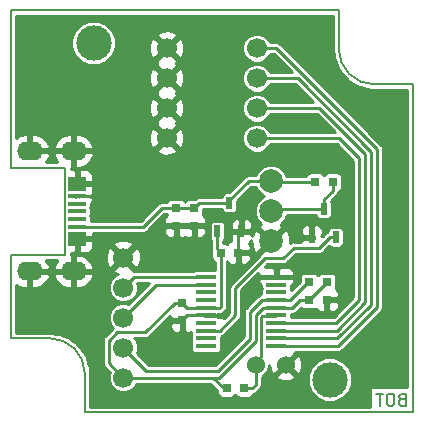
<source format=gbl>
G04 #@! TF.GenerationSoftware,KiCad,Pcbnew,5.0.1*
G04 #@! TF.CreationDate,2019-01-10T18:43:16+01:00*
G04 #@! TF.ProjectId,arachnorepel,61726163686E6F726570656C2E6B6963,rev?*
G04 #@! TF.SameCoordinates,Original*
G04 #@! TF.FileFunction,Copper,L2,Bot,Signal*
G04 #@! TF.FilePolarity,Positive*
%FSLAX46Y46*%
G04 Gerber Fmt 4.6, Leading zero omitted, Abs format (unit mm)*
G04 Created by KiCad (PCBNEW 5.0.1) date Do 10 Jan 2019 18:43:16 CET*
%MOMM*%
%LPD*%
G01*
G04 APERTURE LIST*
G04 #@! TA.AperFunction,NonConductor*
%ADD10C,0.200000*%
G04 #@! TD*
G04 #@! TA.AperFunction,NonConductor*
%ADD11C,0.150000*%
G04 #@! TD*
G04 #@! TA.AperFunction,EtchedComponent*
%ADD12C,0.150000*%
G04 #@! TD*
G04 #@! TA.AperFunction,ComponentPad*
%ADD13C,2.999740*%
G04 #@! TD*
G04 #@! TA.AperFunction,SMDPad,CuDef*
%ADD14R,0.800000X0.800000*%
G04 #@! TD*
G04 #@! TA.AperFunction,ComponentPad*
%ADD15C,1.998980*%
G04 #@! TD*
G04 #@! TA.AperFunction,ComponentPad*
%ADD16C,1.700000*%
G04 #@! TD*
G04 #@! TA.AperFunction,SMDPad,CuDef*
%ADD17R,0.551180X1.000760*%
G04 #@! TD*
G04 #@! TA.AperFunction,SMDPad,CuDef*
%ADD18R,1.780000X0.400000*%
G04 #@! TD*
G04 #@! TA.AperFunction,ComponentPad*
%ADD19O,2.200000X1.600000*%
G04 #@! TD*
G04 #@! TA.AperFunction,SMDPad,CuDef*
%ADD20R,1.500000X0.400000*%
G04 #@! TD*
G04 #@! TA.AperFunction,SMDPad,CuDef*
%ADD21R,1.500000X1.150000*%
G04 #@! TD*
G04 #@! TA.AperFunction,ComponentPad*
%ADD22C,1.524000*%
G04 #@! TD*
G04 #@! TA.AperFunction,Conductor*
%ADD23C,0.250000*%
G04 #@! TD*
G04 #@! TA.AperFunction,Conductor*
%ADD24C,0.254000*%
G04 #@! TD*
G04 APERTURE END LIST*
D10*
X116083333Y-115928571D02*
X115940476Y-115976190D01*
X115892857Y-116023809D01*
X115845238Y-116119047D01*
X115845238Y-116261904D01*
X115892857Y-116357142D01*
X115940476Y-116404761D01*
X116035714Y-116452380D01*
X116416666Y-116452380D01*
X116416666Y-115452380D01*
X116083333Y-115452380D01*
X115988095Y-115500000D01*
X115940476Y-115547619D01*
X115892857Y-115642857D01*
X115892857Y-115738095D01*
X115940476Y-115833333D01*
X115988095Y-115880952D01*
X116083333Y-115928571D01*
X116416666Y-115928571D01*
X115226190Y-115452380D02*
X115035714Y-115452380D01*
X114940476Y-115500000D01*
X114845238Y-115595238D01*
X114797619Y-115785714D01*
X114797619Y-116119047D01*
X114845238Y-116309523D01*
X114940476Y-116404761D01*
X115035714Y-116452380D01*
X115226190Y-116452380D01*
X115321428Y-116404761D01*
X115416666Y-116309523D01*
X115464285Y-116119047D01*
X115464285Y-115785714D01*
X115416666Y-115595238D01*
X115321428Y-115500000D01*
X115226190Y-115452380D01*
X114511904Y-115452380D02*
X113940476Y-115452380D01*
X114226190Y-116452380D02*
X114226190Y-115452380D01*
D11*
X83000000Y-110750000D02*
X83000000Y-103700000D01*
X110750000Y-86250000D02*
G75*
G03X113750000Y-89250000I3000000J0D01*
G01*
X89250000Y-113750000D02*
G75*
G03X86250000Y-110750000I-3000000J0D01*
G01*
X89250000Y-113750000D02*
X89250000Y-117000000D01*
X83000000Y-110750000D02*
X86250000Y-110750000D01*
X110750000Y-86250000D02*
X110750000Y-83000000D01*
X117000000Y-89250000D02*
X113750000Y-89250000D01*
X83000000Y-96300000D02*
X83000000Y-83000000D01*
X117000000Y-117000000D02*
X89250000Y-117000000D01*
X117000000Y-89250000D02*
X117000000Y-117000000D01*
X83000000Y-83000000D02*
X110750000Y-83000000D01*
D12*
G04 #@! TO.C,K2*
X87600000Y-103700000D02*
X83000000Y-103700000D01*
X87600000Y-96300000D02*
X87600000Y-103700000D01*
X83000000Y-96300000D02*
X87600000Y-96300000D01*
G04 #@! TD*
D13*
G04 #@! TO.P,HOLE_3mm,1*
G04 #@! TO.N,N/C*
X90000000Y-85750000D03*
G04 #@! TD*
G04 #@! TO.P,HOLE_3mm,1*
G04 #@! TO.N,N/C*
X110000000Y-114250000D03*
G04 #@! TD*
D14*
G04 #@! TO.P,C1,1*
G04 #@! TO.N,+5V*
X97000000Y-99750000D03*
G04 #@! TO.P,C1,2*
G04 #@! TO.N,GND*
X97000000Y-101250000D03*
G04 #@! TD*
G04 #@! TO.P,C2,1*
G04 #@! TO.N,+5V*
X98500000Y-99750000D03*
G04 #@! TO.P,C2,2*
G04 #@! TO.N,GND*
X98500000Y-101250000D03*
G04 #@! TD*
G04 #@! TO.P,C3,1*
G04 #@! TO.N,+3\002C3V*
X97500000Y-107750000D03*
G04 #@! TO.P,C3,2*
G04 #@! TO.N,GND*
X97500000Y-109250000D03*
G04 #@! TD*
G04 #@! TO.P,C4,1*
G04 #@! TO.N,+3\002C3V*
X108250000Y-107500000D03*
G04 #@! TO.P,C4,2*
G04 #@! TO.N,GND*
X109750000Y-107500000D03*
G04 #@! TD*
D15*
G04 #@! TO.P,K1,3*
G04 #@! TO.N,GND*
X105000000Y-102540000D03*
G04 #@! TO.P,K1,2*
G04 #@! TO.N,/DO*
X105000000Y-100000000D03*
G04 #@! TO.P,K1,1*
G04 #@! TO.N,+5V*
X105000000Y-97460000D03*
G04 #@! TD*
D16*
G04 #@! TO.P,K3,1*
G04 #@! TO.N,+3\002C3V*
X92500000Y-114080000D03*
G04 #@! TO.P,K3,2*
G04 #@! TO.N,/NRST*
X92500000Y-111540000D03*
G04 #@! TO.P,K3,3*
G04 #@! TO.N,/SWDIO*
X92500000Y-109000000D03*
G04 #@! TO.P,K3,4*
G04 #@! TO.N,/SWCLK*
X92500000Y-106460000D03*
G04 #@! TO.P,K3,5*
G04 #@! TO.N,GND*
X92500000Y-103920000D03*
G04 #@! TD*
D17*
G04 #@! TO.P,Q1,2*
G04 #@! TO.N,GND*
X108473840Y-102198880D03*
G04 #@! TO.P,Q1,1*
G04 #@! TO.N,Net-(Q1-Pad1)*
X110500760Y-102198880D03*
G04 #@! TO.P,Q1,3*
G04 #@! TO.N,/DO*
X109500000Y-99801120D03*
G04 #@! TD*
D14*
G04 #@! TO.P,R1,1*
G04 #@! TO.N,+5V*
X108750000Y-97500000D03*
G04 #@! TO.P,R1,2*
G04 #@! TO.N,/DO*
X110250000Y-97500000D03*
G04 #@! TD*
G04 #@! TO.P,R2,1*
G04 #@! TO.N,+3\002C3V*
X109750000Y-106000000D03*
G04 #@! TO.P,R2,2*
G04 #@! TO.N,/NRST*
X108250000Y-106000000D03*
G04 #@! TD*
D17*
G04 #@! TO.P,U1,2*
G04 #@! TO.N,+3\002C3V*
X100473840Y-101698880D03*
G04 #@! TO.P,U1,1*
G04 #@! TO.N,GND*
X102500760Y-101698880D03*
G04 #@! TO.P,U1,3*
G04 #@! TO.N,+5V*
X101500000Y-99301120D03*
G04 #@! TD*
D18*
G04 #@! TO.P,U2,11*
G04 #@! TO.N,Net-(U2-Pad11)*
X99530000Y-111425000D03*
G04 #@! TO.P,U2,12*
G04 #@! TO.N,Net-(U2-Pad12)*
X99530000Y-110775000D03*
G04 #@! TO.P,U2,9*
G04 #@! TO.N,Net-(SW1-Pad3)*
X105470000Y-110775000D03*
G04 #@! TO.P,U2,10*
G04 #@! TO.N,Net-(SW1-Pad4)*
X105470000Y-111425000D03*
G04 #@! TO.P,U2,8*
G04 #@! TO.N,Net-(SW1-Pad2)*
X105470000Y-110125000D03*
G04 #@! TO.P,U2,5*
G04 #@! TO.N,+3\002C3V*
X105470000Y-108175000D03*
G04 #@! TO.P,U2,7*
G04 #@! TO.N,Net-(SW1-Pad1)*
X105470000Y-109475000D03*
G04 #@! TO.P,U2,6*
G04 #@! TO.N,Net-(Q2-Pad2)*
X105470000Y-108825000D03*
G04 #@! TO.P,U2,15*
G04 #@! TO.N,GND*
X99530000Y-108825000D03*
G04 #@! TO.P,U2,14*
G04 #@! TO.N,Net-(U2-Pad14)*
X99530000Y-109475000D03*
G04 #@! TO.P,U2,16*
G04 #@! TO.N,+3\002C3V*
X99530000Y-108175000D03*
G04 #@! TO.P,U2,13*
G04 #@! TO.N,Net-(Q1-Pad1)*
X99530000Y-110125000D03*
G04 #@! TO.P,U2,17*
G04 #@! TO.N,Net-(U2-Pad17)*
X99530000Y-107525000D03*
G04 #@! TO.P,U2,20*
G04 #@! TO.N,/SWCLK*
X99530000Y-105575000D03*
G04 #@! TO.P,U2,18*
G04 #@! TO.N,Net-(U2-Pad18)*
X99530000Y-106875000D03*
G04 #@! TO.P,U2,19*
G04 #@! TO.N,/SWDIO*
X99530000Y-106225000D03*
G04 #@! TO.P,U2,2*
G04 #@! TO.N,Net-(U2-Pad2)*
X105470000Y-106225000D03*
G04 #@! TO.P,U2,3*
G04 #@! TO.N,Net-(U2-Pad3)*
X105470000Y-106875000D03*
G04 #@! TO.P,U2,1*
G04 #@! TO.N,GND*
X105470000Y-105575000D03*
G04 #@! TO.P,U2,4*
G04 #@! TO.N,/NRST*
X105470000Y-107525000D03*
G04 #@! TD*
D19*
G04 #@! TO.P,K2,T*
G04 #@! TO.N,GND*
X88300000Y-105100000D03*
D20*
G04 #@! TO.P,K2,3*
G04 #@! TO.N,Net-(K2-Pad3)*
X88600000Y-100000000D03*
G04 #@! TO.P,K2,2*
G04 #@! TO.N,Net-(K2-Pad2)*
X88600000Y-100650000D03*
G04 #@! TO.P,K2,4*
G04 #@! TO.N,Net-(K2-Pad4)*
X88600000Y-99350000D03*
G04 #@! TO.P,K2,5*
G04 #@! TO.N,GND*
X88600000Y-98700000D03*
G04 #@! TO.P,K2,1*
G04 #@! TO.N,+5V*
X88600000Y-101300000D03*
D21*
G04 #@! TO.P,K2,T*
G04 #@! TO.N,GND*
X88600000Y-102325000D03*
X88600000Y-97675000D03*
D19*
X84600000Y-105100000D03*
X84600000Y-94900000D03*
X88300000Y-94900000D03*
G04 #@! TD*
D14*
G04 #@! TO.P,C5,1*
G04 #@! TO.N,+3\002C3V*
X100750000Y-103500000D03*
G04 #@! TO.P,C5,2*
G04 #@! TO.N,GND*
X102250000Y-103500000D03*
G04 #@! TD*
D16*
G04 #@! TO.P,SW1,8*
G04 #@! TO.N,GND*
X96190000Y-93810000D03*
G04 #@! TO.P,SW1,7*
X96190000Y-91270000D03*
G04 #@! TO.P,SW1,4*
G04 #@! TO.N,Net-(SW1-Pad4)*
X103810000Y-86190000D03*
G04 #@! TO.P,SW1,3*
G04 #@! TO.N,Net-(SW1-Pad3)*
X103810000Y-88730000D03*
G04 #@! TO.P,SW1,2*
G04 #@! TO.N,Net-(SW1-Pad2)*
X103810000Y-91270000D03*
G04 #@! TO.P,SW1,1*
G04 #@! TO.N,Net-(SW1-Pad1)*
X103810000Y-93810000D03*
G04 #@! TO.P,SW1,5*
G04 #@! TO.N,GND*
X96190000Y-86190000D03*
G04 #@! TO.P,SW1,6*
X96190000Y-88730000D03*
G04 #@! TD*
D14*
G04 #@! TO.P,R3,1*
G04 #@! TO.N,Net-(Q2-Pad2)*
X102750000Y-115000000D03*
G04 #@! TO.P,R3,2*
G04 #@! TO.N,+3\002C3V*
X101250000Y-115000000D03*
G04 #@! TD*
D22*
G04 #@! TO.P,Q2,1*
G04 #@! TO.N,GND*
X106270000Y-113000000D03*
G04 #@! TO.P,Q2,2*
G04 #@! TO.N,Net-(Q2-Pad2)*
X103730000Y-113000000D03*
G04 #@! TD*
D23*
G04 #@! TO.N,+5V*
X101500000Y-99301120D02*
X98948880Y-99301120D01*
X98948880Y-99301120D02*
X98500000Y-99750000D01*
X105000000Y-97460000D02*
X103116330Y-97460000D01*
X103116330Y-97460000D02*
X101500000Y-99076330D01*
X101500000Y-99076330D02*
X101500000Y-99301120D01*
X97000000Y-99750000D02*
X98500000Y-99750000D01*
X94200000Y-101300000D02*
X95750000Y-99750000D01*
X95750000Y-99750000D02*
X97000000Y-99750000D01*
X88600000Y-101300000D02*
X94200000Y-101300000D01*
X108750000Y-97500000D02*
X105040000Y-97500000D01*
X105040000Y-97500000D02*
X105000000Y-97460000D01*
G04 #@! TO.N,GND*
X102250000Y-103500000D02*
X102250000Y-101949640D01*
X102250000Y-101949640D02*
X102500760Y-101698880D01*
X99530000Y-108825000D02*
X97925000Y-108825000D01*
X97925000Y-108825000D02*
X97500000Y-109250000D01*
X88600000Y-98700000D02*
X90200000Y-98700000D01*
G04 #@! TO.N,+3\002C3V*
X103704989Y-108767887D02*
X104297876Y-108175000D01*
X100627122Y-114080000D02*
X103704989Y-111002133D01*
X99580000Y-114080000D02*
X100627122Y-114080000D01*
X104330000Y-108175000D02*
X105470000Y-108175000D01*
X103704989Y-111002133D02*
X103704989Y-108767887D01*
X104297876Y-108175000D02*
X104330000Y-108175000D01*
X101250000Y-115000000D02*
X101000000Y-115000000D01*
X101000000Y-115000000D02*
X100080000Y-114080000D01*
X100080000Y-114080000D02*
X99580000Y-114080000D01*
X99580000Y-114080000D02*
X92500000Y-114080000D01*
X106825000Y-108175000D02*
X107500000Y-107500000D01*
X107500000Y-107500000D02*
X108250000Y-107500000D01*
X105470000Y-108175000D02*
X106825000Y-108175000D01*
X100750000Y-103500000D02*
X100750000Y-104150000D01*
X100750000Y-104150000D02*
X100795001Y-104195001D01*
X100795001Y-104195001D02*
X100795001Y-108049999D01*
X100795001Y-108049999D02*
X100670000Y-108175000D01*
X100670000Y-108175000D02*
X99530000Y-108175000D01*
X92500000Y-114080000D02*
X91274999Y-112854999D01*
X91274999Y-112854999D02*
X91274999Y-110951999D01*
X91274999Y-110951999D02*
X92001997Y-110225001D01*
X92001997Y-110225001D02*
X94374999Y-110225001D01*
X94374999Y-110225001D02*
X96850000Y-107750000D01*
X96850000Y-107750000D02*
X97500000Y-107750000D01*
X100473840Y-101698880D02*
X100473840Y-103223840D01*
X100473840Y-103223840D02*
X100750000Y-103500000D01*
X97500000Y-107750000D02*
X97925000Y-108175000D01*
X97925000Y-108175000D02*
X99530000Y-108175000D01*
X108250000Y-107500000D02*
X109750000Y-106000000D01*
G04 #@! TO.N,/DO*
X109500000Y-99000000D02*
X110250000Y-98250000D01*
X110250000Y-98250000D02*
X110250000Y-97500000D01*
X109500000Y-99801120D02*
X109500000Y-99000000D01*
X109500000Y-99801120D02*
X105198880Y-99801120D01*
X105198880Y-99801120D02*
X105000000Y-100000000D01*
G04 #@! TO.N,/NRST*
X92500000Y-111540000D02*
X94460000Y-113500000D01*
X103204978Y-110795022D02*
X103204978Y-108560776D01*
X103204978Y-108560776D02*
X104240754Y-107525000D01*
X94460000Y-113500000D02*
X100500000Y-113500000D01*
X100500000Y-113500000D02*
X103204978Y-110795022D01*
X104240754Y-107525000D02*
X104330000Y-107525000D01*
X104330000Y-107525000D02*
X105470000Y-107525000D01*
X105470000Y-107525000D02*
X106610000Y-107525000D01*
X106610000Y-107525000D02*
X108135000Y-106000000D01*
X108135000Y-106000000D02*
X108250000Y-106000000D01*
G04 #@! TO.N,/SWDIO*
X99530000Y-106225000D02*
X95275000Y-106225000D01*
X95275000Y-106225000D02*
X92500000Y-109000000D01*
G04 #@! TO.N,/SWCLK*
X99530000Y-105575000D02*
X93385000Y-105575000D01*
X93385000Y-105575000D02*
X92500000Y-106460000D01*
G04 #@! TO.N,Net-(Q1-Pad1)*
X99530000Y-110125000D02*
X100670000Y-110125000D01*
X106925739Y-103074261D02*
X109099789Y-103074261D01*
X100670000Y-110125000D02*
X102000000Y-108795000D01*
X102000000Y-106500000D02*
X104500000Y-104000000D01*
X104500000Y-104000000D02*
X106000000Y-104000000D01*
X102000000Y-108795000D02*
X102000000Y-106500000D01*
X106000000Y-104000000D02*
X106925739Y-103074261D01*
X109099789Y-103074261D02*
X109975170Y-102198880D01*
X109975170Y-102198880D02*
X110500760Y-102198880D01*
G04 #@! TO.N,Net-(SW1-Pad1)*
X112499997Y-107500003D02*
X112499997Y-95500000D01*
X103810000Y-93810000D02*
X110809997Y-93810000D01*
X110809997Y-93810000D02*
X112499997Y-95500000D01*
X105470000Y-109475000D02*
X110525000Y-109475000D01*
X110525000Y-109475000D02*
X112499997Y-107500003D01*
G04 #@! TO.N,Net-(SW1-Pad2)*
X113000008Y-107707114D02*
X110582122Y-110125000D01*
X110582122Y-110125000D02*
X106610000Y-110125000D01*
X113000008Y-95164252D02*
X113000008Y-107707114D01*
X106610000Y-110125000D02*
X105470000Y-110125000D01*
X103810000Y-91270000D02*
X109105756Y-91270000D01*
X109105756Y-91270000D02*
X113000008Y-95164252D01*
G04 #@! TO.N,Net-(SW1-Pad3)*
X105012081Y-88730000D02*
X103810000Y-88730000D01*
X107272878Y-88730000D02*
X105012081Y-88730000D01*
X105470000Y-110775000D02*
X110639244Y-110775000D01*
X113500019Y-107914225D02*
X113500019Y-94957141D01*
X110639244Y-110775000D02*
X113500019Y-107914225D01*
X113500019Y-94957141D02*
X107272878Y-88730000D01*
G04 #@! TO.N,Net-(SW1-Pad4)*
X105470000Y-111425000D02*
X110696366Y-111425000D01*
X110696366Y-111425000D02*
X114000030Y-108121336D01*
X114000030Y-108121336D02*
X114000030Y-94750030D01*
X114000030Y-94750030D02*
X105440000Y-86190000D01*
X105440000Y-86190000D02*
X103810000Y-86190000D01*
G04 #@! TO.N,Net-(Q2-Pad2)*
X105470000Y-108825000D02*
X105470000Y-108899999D01*
X105470000Y-108899999D02*
X104279999Y-108899999D01*
X104279999Y-108899999D02*
X104204999Y-108974999D01*
X104204999Y-108974999D02*
X104204999Y-112295001D01*
X104204999Y-112295001D02*
X104000000Y-112500000D01*
X104000000Y-112500000D02*
X104000000Y-112730000D01*
X104000000Y-112730000D02*
X103730000Y-113000000D01*
X102750000Y-115000000D02*
X103400000Y-115000000D01*
X103400000Y-115000000D02*
X103730000Y-114670000D01*
X103730000Y-114670000D02*
X103730000Y-114077630D01*
X103730000Y-114077630D02*
X103730000Y-113000000D01*
G04 #@! TD*
D24*
G04 #@! TO.N,GND*
G36*
X110294000Y-86294908D02*
X110297982Y-86314925D01*
X110343218Y-86821790D01*
X110346997Y-86839958D01*
X110348000Y-86858478D01*
X110360991Y-86913434D01*
X110562398Y-87578427D01*
X110572251Y-87601089D01*
X110579226Y-87624786D01*
X110604500Y-87675258D01*
X110604510Y-87675281D01*
X110604517Y-87675290D01*
X110953496Y-88276104D01*
X110968299Y-88295892D01*
X110980539Y-88317350D01*
X111016753Y-88360661D01*
X111016761Y-88360672D01*
X111016766Y-88360676D01*
X111494606Y-88865096D01*
X111513565Y-88880948D01*
X111530412Y-88899014D01*
X111575618Y-88932833D01*
X111575629Y-88932842D01*
X111575635Y-88932845D01*
X112156701Y-89313810D01*
X112178796Y-89324874D01*
X112199349Y-89338581D01*
X112251136Y-89361099D01*
X112904264Y-89598173D01*
X112928311Y-89603858D01*
X112951467Y-89612469D01*
X113007027Y-89622466D01*
X113007045Y-89622470D01*
X113007054Y-89622470D01*
X113679008Y-89700812D01*
X113705091Y-89706000D01*
X116544000Y-89706000D01*
X116544001Y-114849000D01*
X113364238Y-114849000D01*
X113364238Y-116544000D01*
X89706000Y-116544000D01*
X89706000Y-113705091D01*
X89702018Y-113685072D01*
X89656782Y-113178210D01*
X89653003Y-113160042D01*
X89652000Y-113141522D01*
X89639009Y-113086566D01*
X89437602Y-112421573D01*
X89427750Y-112398913D01*
X89420774Y-112375213D01*
X89395500Y-112324742D01*
X89395490Y-112324719D01*
X89395483Y-112324710D01*
X89046503Y-111723896D01*
X89031703Y-111704112D01*
X89019461Y-111682650D01*
X88983247Y-111639339D01*
X88983239Y-111639328D01*
X88983234Y-111639324D01*
X88505393Y-111134904D01*
X88486440Y-111119057D01*
X88469589Y-111100986D01*
X88424382Y-111067167D01*
X88424371Y-111067158D01*
X88424365Y-111067155D01*
X88248724Y-110951999D01*
X90759086Y-110951999D01*
X90769000Y-111001838D01*
X90768999Y-112805165D01*
X90759086Y-112854999D01*
X90768999Y-112904833D01*
X90798358Y-113052429D01*
X90910193Y-113219805D01*
X90952446Y-113248037D01*
X91348241Y-113643833D01*
X91269000Y-113835139D01*
X91269000Y-114324861D01*
X91456408Y-114777306D01*
X91802694Y-115123592D01*
X92255139Y-115311000D01*
X92744861Y-115311000D01*
X93197306Y-115123592D01*
X93543592Y-114777306D01*
X93622833Y-114586000D01*
X99870409Y-114586000D01*
X100461536Y-115177128D01*
X100461536Y-115400000D01*
X100491106Y-115548659D01*
X100575314Y-115674686D01*
X100701341Y-115758894D01*
X100850000Y-115788464D01*
X101650000Y-115788464D01*
X101798659Y-115758894D01*
X101924686Y-115674686D01*
X102000000Y-115561970D01*
X102075314Y-115674686D01*
X102201341Y-115758894D01*
X102350000Y-115788464D01*
X103150000Y-115788464D01*
X103298659Y-115758894D01*
X103424686Y-115674686D01*
X103508894Y-115548659D01*
X103520162Y-115492011D01*
X103597431Y-115476641D01*
X103764806Y-115364806D01*
X103793038Y-115322553D01*
X104052555Y-115063036D01*
X104094806Y-115034806D01*
X104206641Y-114867431D01*
X104236000Y-114719835D01*
X104236000Y-114719834D01*
X104245913Y-114670001D01*
X104236000Y-114620167D01*
X104236000Y-114027583D01*
X104350360Y-113980213D01*
X105469392Y-113980213D01*
X105538857Y-114222397D01*
X106062302Y-114409144D01*
X106617368Y-114381362D01*
X107001143Y-114222397D01*
X107070608Y-113980213D01*
X106966267Y-113875872D01*
X108119130Y-113875872D01*
X108119130Y-114624128D01*
X108405476Y-115315427D01*
X108934573Y-115844524D01*
X109625872Y-116130870D01*
X110374128Y-116130870D01*
X111065427Y-115844524D01*
X111594524Y-115315427D01*
X111880870Y-114624128D01*
X111880870Y-113875872D01*
X111594524Y-113184573D01*
X111065427Y-112655476D01*
X110374128Y-112369130D01*
X109625872Y-112369130D01*
X108934573Y-112655476D01*
X108405476Y-113184573D01*
X108119130Y-113875872D01*
X106966267Y-113875872D01*
X106270000Y-113179605D01*
X105469392Y-113980213D01*
X104350360Y-113980213D01*
X104377458Y-113968989D01*
X104698989Y-113647458D01*
X104873000Y-113227357D01*
X104873000Y-113034931D01*
X104888638Y-113347368D01*
X105047603Y-113731143D01*
X105289787Y-113800608D01*
X106090395Y-113000000D01*
X106449605Y-113000000D01*
X107250213Y-113800608D01*
X107492397Y-113731143D01*
X107679144Y-113207698D01*
X107651362Y-112652632D01*
X107492397Y-112268857D01*
X107250213Y-112199392D01*
X106449605Y-113000000D01*
X106090395Y-113000000D01*
X106076253Y-112985858D01*
X106255858Y-112806253D01*
X106270000Y-112820395D01*
X107070608Y-112019787D01*
X107045141Y-111931000D01*
X110646532Y-111931000D01*
X110696366Y-111940913D01*
X110746200Y-111931000D01*
X110746201Y-111931000D01*
X110893797Y-111901641D01*
X111061172Y-111789806D01*
X111089405Y-111747552D01*
X114322586Y-108514372D01*
X114364836Y-108486142D01*
X114476671Y-108318767D01*
X114506030Y-108171171D01*
X114506030Y-108171170D01*
X114515943Y-108121337D01*
X114506030Y-108071503D01*
X114506030Y-94799865D01*
X114515943Y-94750030D01*
X114476671Y-94552599D01*
X114393065Y-94427472D01*
X114364836Y-94385224D01*
X114322588Y-94356995D01*
X105833039Y-85867448D01*
X105804806Y-85825194D01*
X105637431Y-85713359D01*
X105489835Y-85684000D01*
X105489834Y-85684000D01*
X105440000Y-85674087D01*
X105390166Y-85684000D01*
X104932833Y-85684000D01*
X104853592Y-85492694D01*
X104507306Y-85146408D01*
X104054861Y-84959000D01*
X103565139Y-84959000D01*
X103112694Y-85146408D01*
X102766408Y-85492694D01*
X102579000Y-85945139D01*
X102579000Y-86434861D01*
X102766408Y-86887306D01*
X103112694Y-87233592D01*
X103565139Y-87421000D01*
X104054861Y-87421000D01*
X104507306Y-87233592D01*
X104853592Y-86887306D01*
X104932833Y-86696000D01*
X105230409Y-86696000D01*
X106758409Y-88224000D01*
X104932833Y-88224000D01*
X104853592Y-88032694D01*
X104507306Y-87686408D01*
X104054861Y-87499000D01*
X103565139Y-87499000D01*
X103112694Y-87686408D01*
X102766408Y-88032694D01*
X102579000Y-88485139D01*
X102579000Y-88974861D01*
X102766408Y-89427306D01*
X103112694Y-89773592D01*
X103565139Y-89961000D01*
X104054861Y-89961000D01*
X104507306Y-89773592D01*
X104853592Y-89427306D01*
X104932833Y-89236000D01*
X107063287Y-89236000D01*
X108591287Y-90764000D01*
X104932833Y-90764000D01*
X104853592Y-90572694D01*
X104507306Y-90226408D01*
X104054861Y-90039000D01*
X103565139Y-90039000D01*
X103112694Y-90226408D01*
X102766408Y-90572694D01*
X102579000Y-91025139D01*
X102579000Y-91514861D01*
X102766408Y-91967306D01*
X103112694Y-92313592D01*
X103565139Y-92501000D01*
X104054861Y-92501000D01*
X104507306Y-92313592D01*
X104853592Y-91967306D01*
X104932833Y-91776000D01*
X108896165Y-91776000D01*
X110424165Y-93304000D01*
X104932833Y-93304000D01*
X104853592Y-93112694D01*
X104507306Y-92766408D01*
X104054861Y-92579000D01*
X103565139Y-92579000D01*
X103112694Y-92766408D01*
X102766408Y-93112694D01*
X102579000Y-93565139D01*
X102579000Y-94054861D01*
X102766408Y-94507306D01*
X103112694Y-94853592D01*
X103565139Y-95041000D01*
X104054861Y-95041000D01*
X104507306Y-94853592D01*
X104853592Y-94507306D01*
X104932833Y-94316000D01*
X110600406Y-94316000D01*
X111993998Y-95709593D01*
X111993997Y-107290410D01*
X110315409Y-108969000D01*
X106748464Y-108969000D01*
X106748464Y-108681000D01*
X106775166Y-108681000D01*
X106825000Y-108690913D01*
X106874834Y-108681000D01*
X106874835Y-108681000D01*
X107022431Y-108651641D01*
X107189806Y-108539806D01*
X107218038Y-108497553D01*
X107561532Y-108154060D01*
X107575314Y-108174686D01*
X107701341Y-108258894D01*
X107850000Y-108288464D01*
X108650000Y-108288464D01*
X108798659Y-108258894D01*
X108808591Y-108252258D01*
X108811673Y-108259699D01*
X108990302Y-108438327D01*
X109223691Y-108535000D01*
X109464250Y-108535000D01*
X109623000Y-108376250D01*
X109623000Y-107627000D01*
X109877000Y-107627000D01*
X109877000Y-108376250D01*
X110035750Y-108535000D01*
X110276309Y-108535000D01*
X110509698Y-108438327D01*
X110688327Y-108259699D01*
X110785000Y-108026310D01*
X110785000Y-107785750D01*
X110626250Y-107627000D01*
X109877000Y-107627000D01*
X109623000Y-107627000D01*
X109603000Y-107627000D01*
X109603000Y-107373000D01*
X109623000Y-107373000D01*
X109623000Y-107353000D01*
X109877000Y-107353000D01*
X109877000Y-107373000D01*
X110626250Y-107373000D01*
X110785000Y-107214250D01*
X110785000Y-106973690D01*
X110688327Y-106740301D01*
X110509698Y-106561673D01*
X110502258Y-106558591D01*
X110508894Y-106548659D01*
X110538464Y-106400000D01*
X110538464Y-105600000D01*
X110508894Y-105451341D01*
X110424686Y-105325314D01*
X110298659Y-105241106D01*
X110150000Y-105211536D01*
X109350000Y-105211536D01*
X109201341Y-105241106D01*
X109075314Y-105325314D01*
X109000000Y-105438030D01*
X108924686Y-105325314D01*
X108798659Y-105241106D01*
X108650000Y-105211536D01*
X107850000Y-105211536D01*
X107701341Y-105241106D01*
X107575314Y-105325314D01*
X107491106Y-105451341D01*
X107461536Y-105600000D01*
X107461536Y-105957872D01*
X106747791Y-106671617D01*
X106723600Y-106550000D01*
X106748464Y-106425000D01*
X106748464Y-106284561D01*
X106898327Y-106134699D01*
X106995000Y-105901310D01*
X106995000Y-105833750D01*
X106836250Y-105675000D01*
X106521970Y-105675000D01*
X106508659Y-105666106D01*
X106360000Y-105636536D01*
X104580000Y-105636536D01*
X104431341Y-105666106D01*
X104418030Y-105675000D01*
X104103750Y-105675000D01*
X103945000Y-105833750D01*
X103945000Y-105901310D01*
X104041673Y-106134699D01*
X104191536Y-106284561D01*
X104191536Y-106425000D01*
X104216400Y-106550000D01*
X104191536Y-106675000D01*
X104191536Y-107018877D01*
X104190919Y-107019000D01*
X104043323Y-107048359D01*
X103875948Y-107160194D01*
X103847717Y-107202445D01*
X102882423Y-108167740D01*
X102840173Y-108195970D01*
X102758124Y-108318767D01*
X102728338Y-108363345D01*
X102689065Y-108560776D01*
X102698979Y-108610615D01*
X102698978Y-110585430D01*
X100290409Y-112994000D01*
X94669592Y-112994000D01*
X93651759Y-111976167D01*
X93731000Y-111784861D01*
X93731000Y-111295139D01*
X93543592Y-110842694D01*
X93431899Y-110731001D01*
X94325165Y-110731001D01*
X94374999Y-110740914D01*
X94424833Y-110731001D01*
X94424834Y-110731001D01*
X94572430Y-110701642D01*
X94739805Y-110589807D01*
X94768038Y-110547553D01*
X95779841Y-109535750D01*
X96465000Y-109535750D01*
X96465000Y-109776309D01*
X96561673Y-110009698D01*
X96740301Y-110188327D01*
X96973690Y-110285000D01*
X97214250Y-110285000D01*
X97373000Y-110126250D01*
X97373000Y-109377000D01*
X96623750Y-109377000D01*
X96465000Y-109535750D01*
X95779841Y-109535750D01*
X96465000Y-108850592D01*
X96465000Y-108964250D01*
X96623750Y-109123000D01*
X97373000Y-109123000D01*
X97373000Y-109103000D01*
X97627000Y-109103000D01*
X97627000Y-109123000D01*
X97647000Y-109123000D01*
X97647000Y-109377000D01*
X97627000Y-109377000D01*
X97627000Y-110126250D01*
X97785750Y-110285000D01*
X98026310Y-110285000D01*
X98251536Y-110191708D01*
X98251536Y-110325000D01*
X98276400Y-110450000D01*
X98251536Y-110575000D01*
X98251536Y-110975000D01*
X98276400Y-111100000D01*
X98251536Y-111225000D01*
X98251536Y-111625000D01*
X98281106Y-111773659D01*
X98365314Y-111899686D01*
X98491341Y-111983894D01*
X98640000Y-112013464D01*
X100420000Y-112013464D01*
X100568659Y-111983894D01*
X100694686Y-111899686D01*
X100778894Y-111773659D01*
X100808464Y-111625000D01*
X100808464Y-111225000D01*
X100783600Y-111100000D01*
X100808464Y-110975000D01*
X100808464Y-110613370D01*
X100867431Y-110601641D01*
X101034806Y-110489806D01*
X101063038Y-110447553D01*
X102322556Y-109188036D01*
X102364806Y-109159806D01*
X102476641Y-108992431D01*
X102506000Y-108844835D01*
X102506000Y-108844834D01*
X102515913Y-108795001D01*
X102506000Y-108745167D01*
X102506000Y-106709591D01*
X103945000Y-105270592D01*
X103945000Y-105316250D01*
X104103750Y-105475000D01*
X105343000Y-105475000D01*
X105343000Y-104898750D01*
X105597000Y-104898750D01*
X105597000Y-105475000D01*
X106836250Y-105475000D01*
X106995000Y-105316250D01*
X106995000Y-105248690D01*
X106898327Y-105015301D01*
X106719698Y-104836673D01*
X106486309Y-104740000D01*
X105755750Y-104740000D01*
X105597000Y-104898750D01*
X105343000Y-104898750D01*
X105184250Y-104740000D01*
X104475592Y-104740000D01*
X104709592Y-104506000D01*
X105950166Y-104506000D01*
X106000000Y-104515913D01*
X106049834Y-104506000D01*
X106049835Y-104506000D01*
X106197431Y-104476641D01*
X106364806Y-104364806D01*
X106393038Y-104322553D01*
X107135331Y-103580261D01*
X109049955Y-103580261D01*
X109099789Y-103590174D01*
X109149623Y-103580261D01*
X109149624Y-103580261D01*
X109297220Y-103550902D01*
X109464595Y-103439067D01*
X109492827Y-103396814D01*
X109936550Y-102953092D01*
X109950484Y-102973946D01*
X110076511Y-103058154D01*
X110225170Y-103087724D01*
X110776350Y-103087724D01*
X110925009Y-103058154D01*
X111051036Y-102973946D01*
X111135244Y-102847919D01*
X111164814Y-102699260D01*
X111164814Y-101698500D01*
X111135244Y-101549841D01*
X111051036Y-101423814D01*
X110925009Y-101339606D01*
X110776350Y-101310036D01*
X110225170Y-101310036D01*
X110076511Y-101339606D01*
X109950484Y-101423814D01*
X109866276Y-101549841D01*
X109836706Y-101698500D01*
X109836706Y-101710509D01*
X109777738Y-101722239D01*
X109722951Y-101758847D01*
X109610364Y-101834074D01*
X109582133Y-101876325D01*
X109384430Y-102074028D01*
X109384430Y-102071878D01*
X109225682Y-102071878D01*
X109384430Y-101913130D01*
X109384430Y-101572191D01*
X109287757Y-101338802D01*
X109109129Y-101160173D01*
X108875740Y-101063500D01*
X108759590Y-101063500D01*
X108600840Y-101222250D01*
X108600840Y-102071880D01*
X108620840Y-102071880D01*
X108620840Y-102325880D01*
X108600840Y-102325880D01*
X108600840Y-102345880D01*
X108346840Y-102345880D01*
X108346840Y-102325880D01*
X107722000Y-102325880D01*
X107563250Y-102484630D01*
X107563250Y-102568261D01*
X106975574Y-102568261D01*
X106925739Y-102558348D01*
X106728307Y-102597620D01*
X106708657Y-102610750D01*
X106639930Y-102656671D01*
X106621341Y-102154623D01*
X106418965Y-101666042D01*
X106165011Y-101572191D01*
X107563250Y-101572191D01*
X107563250Y-101913130D01*
X107722000Y-102071880D01*
X108346840Y-102071880D01*
X108346840Y-101222250D01*
X108188090Y-101063500D01*
X108071940Y-101063500D01*
X107838551Y-101160173D01*
X107659923Y-101338802D01*
X107563250Y-101572191D01*
X106165011Y-101572191D01*
X106152163Y-101567443D01*
X105179605Y-102540000D01*
X105193748Y-102554142D01*
X105014142Y-102733748D01*
X105000000Y-102719605D01*
X104027443Y-103692163D01*
X104044929Y-103739479D01*
X101677446Y-106106963D01*
X101635195Y-106135194D01*
X101557650Y-106251250D01*
X101523360Y-106302569D01*
X101484087Y-106500000D01*
X101494001Y-106549839D01*
X101494000Y-108585408D01*
X101025329Y-109054079D01*
X100896250Y-108925000D01*
X100581970Y-108925000D01*
X100568659Y-108916106D01*
X100420000Y-108886536D01*
X99383000Y-108886536D01*
X99383000Y-108763464D01*
X100420000Y-108763464D01*
X100568659Y-108733894D01*
X100581970Y-108725000D01*
X100896250Y-108725000D01*
X101055000Y-108566250D01*
X101055000Y-108509583D01*
X101063039Y-108497552D01*
X101117553Y-108443038D01*
X101159807Y-108414805D01*
X101271642Y-108247430D01*
X101301001Y-108099834D01*
X101310914Y-108050000D01*
X101301001Y-108000166D01*
X101301001Y-104257329D01*
X101308591Y-104252258D01*
X101311673Y-104259699D01*
X101490302Y-104438327D01*
X101723691Y-104535000D01*
X101964250Y-104535000D01*
X102123000Y-104376250D01*
X102123000Y-103627000D01*
X102377000Y-103627000D01*
X102377000Y-104376250D01*
X102535750Y-104535000D01*
X102776309Y-104535000D01*
X103009698Y-104438327D01*
X103188327Y-104259699D01*
X103285000Y-104026310D01*
X103285000Y-103785750D01*
X103126250Y-103627000D01*
X102377000Y-103627000D01*
X102123000Y-103627000D01*
X102103000Y-103627000D01*
X102103000Y-103373000D01*
X102123000Y-103373000D01*
X102123000Y-103353000D01*
X102377000Y-103353000D01*
X102377000Y-103373000D01*
X103126250Y-103373000D01*
X103285000Y-103214250D01*
X103285000Y-102973690D01*
X103188327Y-102740301D01*
X103160831Y-102712805D01*
X103314677Y-102558958D01*
X103360955Y-102447234D01*
X103378659Y-102925377D01*
X103581035Y-103413958D01*
X103847837Y-103512557D01*
X104820395Y-102540000D01*
X103847837Y-101567443D01*
X103581035Y-101666042D01*
X103411350Y-102122815D01*
X103411350Y-101984630D01*
X103252600Y-101825880D01*
X102627760Y-101825880D01*
X102627760Y-101845880D01*
X102373760Y-101845880D01*
X102373760Y-101825880D01*
X101748920Y-101825880D01*
X101590170Y-101984630D01*
X101590170Y-102325569D01*
X101659020Y-102491788D01*
X101490302Y-102561673D01*
X101311673Y-102740301D01*
X101308591Y-102747742D01*
X101298659Y-102741106D01*
X101150000Y-102711536D01*
X100979840Y-102711536D01*
X100979840Y-102503530D01*
X101024116Y-102473946D01*
X101108324Y-102347919D01*
X101137894Y-102199260D01*
X101137894Y-101198500D01*
X101112770Y-101072191D01*
X101590170Y-101072191D01*
X101590170Y-101413130D01*
X101748920Y-101571880D01*
X102373760Y-101571880D01*
X102373760Y-100722250D01*
X102627760Y-100722250D01*
X102627760Y-101571880D01*
X103252600Y-101571880D01*
X103411350Y-101413130D01*
X103411350Y-101072191D01*
X103314677Y-100838802D01*
X103136049Y-100660173D01*
X102902660Y-100563500D01*
X102786510Y-100563500D01*
X102627760Y-100722250D01*
X102373760Y-100722250D01*
X102215010Y-100563500D01*
X102098860Y-100563500D01*
X101865471Y-100660173D01*
X101686843Y-100838802D01*
X101590170Y-101072191D01*
X101112770Y-101072191D01*
X101108324Y-101049841D01*
X101024116Y-100923814D01*
X100898089Y-100839606D01*
X100749430Y-100810036D01*
X100198250Y-100810036D01*
X100049591Y-100839606D01*
X99923564Y-100923814D01*
X99839356Y-101049841D01*
X99809786Y-101198500D01*
X99809786Y-102199260D01*
X99839356Y-102347919D01*
X99923564Y-102473946D01*
X99967841Y-102503530D01*
X99967841Y-103068303D01*
X99961536Y-103100000D01*
X99961536Y-103205697D01*
X99957927Y-103223840D01*
X99961536Y-103241983D01*
X99961536Y-103900000D01*
X99991106Y-104048659D01*
X100075314Y-104174686D01*
X100201341Y-104258894D01*
X100257990Y-104270162D01*
X100268412Y-104322558D01*
X100273360Y-104347431D01*
X100289001Y-104370840D01*
X100289001Y-104986536D01*
X98640000Y-104986536D01*
X98491341Y-105016106D01*
X98412179Y-105069000D01*
X93434833Y-105069000D01*
X93384999Y-105059087D01*
X93335165Y-105069000D01*
X93330503Y-105069927D01*
X93364353Y-104963958D01*
X92500000Y-104099605D01*
X91635647Y-104963958D01*
X91715920Y-105215259D01*
X92021071Y-105325954D01*
X91802694Y-105416408D01*
X91456408Y-105762694D01*
X91269000Y-106215139D01*
X91269000Y-106704861D01*
X91456408Y-107157306D01*
X91802694Y-107503592D01*
X92255139Y-107691000D01*
X92744861Y-107691000D01*
X93197306Y-107503592D01*
X93543592Y-107157306D01*
X93731000Y-106704861D01*
X93731000Y-106215139D01*
X93675438Y-106081000D01*
X94703408Y-106081000D01*
X92936167Y-107848241D01*
X92744861Y-107769000D01*
X92255139Y-107769000D01*
X91802694Y-107956408D01*
X91456408Y-108302694D01*
X91269000Y-108755139D01*
X91269000Y-109244861D01*
X91456408Y-109697306D01*
X91630024Y-109870922D01*
X91608960Y-109902446D01*
X90952444Y-110558963D01*
X90910194Y-110587193D01*
X90821445Y-110720017D01*
X90798359Y-110754568D01*
X90759086Y-110951999D01*
X88248724Y-110951999D01*
X87843299Y-110686191D01*
X87821208Y-110675129D01*
X87800651Y-110661419D01*
X87748864Y-110638901D01*
X87095736Y-110401827D01*
X87071691Y-110396143D01*
X87048534Y-110387531D01*
X86992974Y-110377534D01*
X86992956Y-110377530D01*
X86992947Y-110377530D01*
X86320992Y-110299188D01*
X86294909Y-110294000D01*
X83456000Y-110294000D01*
X83456000Y-106234400D01*
X83633517Y-106377166D01*
X84173000Y-106535000D01*
X84473000Y-106535000D01*
X84473000Y-105227000D01*
X84727000Y-105227000D01*
X84727000Y-106535000D01*
X85027000Y-106535000D01*
X85566483Y-106377166D01*
X86004500Y-106024896D01*
X86274367Y-105531819D01*
X86291904Y-105449039D01*
X86608096Y-105449039D01*
X86625633Y-105531819D01*
X86895500Y-106024896D01*
X87333517Y-106377166D01*
X87873000Y-106535000D01*
X88173000Y-106535000D01*
X88173000Y-105227000D01*
X88427000Y-105227000D01*
X88427000Y-106535000D01*
X88727000Y-106535000D01*
X89266483Y-106377166D01*
X89704500Y-106024896D01*
X89974367Y-105531819D01*
X89991904Y-105449039D01*
X89869915Y-105227000D01*
X88427000Y-105227000D01*
X88173000Y-105227000D01*
X86730085Y-105227000D01*
X86608096Y-105449039D01*
X86291904Y-105449039D01*
X86169915Y-105227000D01*
X84727000Y-105227000D01*
X84473000Y-105227000D01*
X84453000Y-105227000D01*
X84453000Y-104973000D01*
X84473000Y-104973000D01*
X84473000Y-104953000D01*
X84727000Y-104953000D01*
X84727000Y-104973000D01*
X86169915Y-104973000D01*
X86291904Y-104750961D01*
X86274367Y-104668181D01*
X86004500Y-104175104D01*
X85980746Y-104156000D01*
X86919254Y-104156000D01*
X86895500Y-104175104D01*
X86625633Y-104668181D01*
X86608096Y-104750961D01*
X86730085Y-104973000D01*
X88173000Y-104973000D01*
X88173000Y-103665000D01*
X88427000Y-103665000D01*
X88427000Y-104973000D01*
X89869915Y-104973000D01*
X89991904Y-104750961D01*
X89974367Y-104668181D01*
X89704500Y-104175104D01*
X89266483Y-103822834D01*
X88816823Y-103691279D01*
X91003282Y-103691279D01*
X91029685Y-104281458D01*
X91204741Y-104704080D01*
X91456042Y-104784353D01*
X92320395Y-103920000D01*
X92679605Y-103920000D01*
X93543958Y-104784353D01*
X93795259Y-104704080D01*
X93996718Y-104148721D01*
X93970315Y-103558542D01*
X93795259Y-103135920D01*
X93543958Y-103055647D01*
X92679605Y-103920000D01*
X92320395Y-103920000D01*
X91456042Y-103055647D01*
X91204741Y-103135920D01*
X91003282Y-103691279D01*
X88816823Y-103691279D01*
X88727000Y-103665000D01*
X88427000Y-103665000D01*
X88173000Y-103665000D01*
X88057971Y-103665000D01*
X88056000Y-103655091D01*
X88056000Y-103535000D01*
X88314250Y-103535000D01*
X88473000Y-103376250D01*
X88473000Y-102452000D01*
X88727000Y-102452000D01*
X88727000Y-103376250D01*
X88885750Y-103535000D01*
X89476310Y-103535000D01*
X89709699Y-103438327D01*
X89888327Y-103259698D01*
X89985000Y-103026309D01*
X89985000Y-102876042D01*
X91635647Y-102876042D01*
X92500000Y-103740395D01*
X93364353Y-102876042D01*
X93284080Y-102624741D01*
X92728721Y-102423282D01*
X92138542Y-102449685D01*
X91715920Y-102624741D01*
X91635647Y-102876042D01*
X89985000Y-102876042D01*
X89985000Y-102610750D01*
X89826250Y-102452000D01*
X88727000Y-102452000D01*
X88473000Y-102452000D01*
X88453000Y-102452000D01*
X88453000Y-102198000D01*
X88473000Y-102198000D01*
X88473000Y-102178000D01*
X88727000Y-102178000D01*
X88727000Y-102198000D01*
X89826250Y-102198000D01*
X89985000Y-102039250D01*
X89985000Y-101806000D01*
X94150166Y-101806000D01*
X94200000Y-101815913D01*
X94249834Y-101806000D01*
X94249835Y-101806000D01*
X94397431Y-101776641D01*
X94564806Y-101664806D01*
X94593039Y-101622553D01*
X94679842Y-101535750D01*
X95965000Y-101535750D01*
X95965000Y-101776309D01*
X96061673Y-102009698D01*
X96240301Y-102188327D01*
X96473690Y-102285000D01*
X96714250Y-102285000D01*
X96873000Y-102126250D01*
X96873000Y-101377000D01*
X97127000Y-101377000D01*
X97127000Y-102126250D01*
X97285750Y-102285000D01*
X97526310Y-102285000D01*
X97750000Y-102192344D01*
X97973690Y-102285000D01*
X98214250Y-102285000D01*
X98373000Y-102126250D01*
X98373000Y-101377000D01*
X98627000Y-101377000D01*
X98627000Y-102126250D01*
X98785750Y-102285000D01*
X99026310Y-102285000D01*
X99259699Y-102188327D01*
X99438327Y-102009698D01*
X99535000Y-101776309D01*
X99535000Y-101535750D01*
X99376250Y-101377000D01*
X98627000Y-101377000D01*
X98373000Y-101377000D01*
X97127000Y-101377000D01*
X96873000Y-101377000D01*
X96123750Y-101377000D01*
X95965000Y-101535750D01*
X94679842Y-101535750D01*
X95959592Y-100256000D01*
X96232621Y-100256000D01*
X96241106Y-100298659D01*
X96247742Y-100308591D01*
X96240301Y-100311673D01*
X96061673Y-100490302D01*
X95965000Y-100723691D01*
X95965000Y-100964250D01*
X96123750Y-101123000D01*
X96873000Y-101123000D01*
X96873000Y-101103000D01*
X97127000Y-101103000D01*
X97127000Y-101123000D01*
X98373000Y-101123000D01*
X98373000Y-101103000D01*
X98627000Y-101103000D01*
X98627000Y-101123000D01*
X99376250Y-101123000D01*
X99535000Y-100964250D01*
X99535000Y-100723691D01*
X99438327Y-100490302D01*
X99259699Y-100311673D01*
X99252258Y-100308591D01*
X99258894Y-100298659D01*
X99288464Y-100150000D01*
X99288464Y-99807120D01*
X100837064Y-99807120D01*
X100865516Y-99950159D01*
X100949724Y-100076186D01*
X101075751Y-100160394D01*
X101224410Y-100189964D01*
X101775590Y-100189964D01*
X101924249Y-100160394D01*
X102050276Y-100076186D01*
X102134484Y-99950159D01*
X102164054Y-99801500D01*
X102164054Y-99127867D01*
X103325922Y-97966000D01*
X103715360Y-97966000D01*
X103829677Y-98241985D01*
X104218015Y-98630323D01*
X104458657Y-98730000D01*
X104218015Y-98829677D01*
X103829677Y-99218015D01*
X103619510Y-99725404D01*
X103619510Y-100274596D01*
X103829677Y-100781985D01*
X104156225Y-101108533D01*
X104126042Y-101121035D01*
X104027443Y-101387837D01*
X105000000Y-102360395D01*
X105972557Y-101387837D01*
X105873958Y-101121035D01*
X105842835Y-101109473D01*
X106170323Y-100781985D01*
X106367018Y-100307120D01*
X108837064Y-100307120D01*
X108865516Y-100450159D01*
X108949724Y-100576186D01*
X109075751Y-100660394D01*
X109224410Y-100689964D01*
X109775590Y-100689964D01*
X109924249Y-100660394D01*
X110050276Y-100576186D01*
X110134484Y-100450159D01*
X110164054Y-100301500D01*
X110164054Y-99300740D01*
X110134484Y-99152081D01*
X110106056Y-99109535D01*
X110572556Y-98643036D01*
X110614806Y-98614806D01*
X110726641Y-98447431D01*
X110756000Y-98299835D01*
X110756000Y-98299834D01*
X110762722Y-98266042D01*
X110798659Y-98258894D01*
X110924686Y-98174686D01*
X111008894Y-98048659D01*
X111038464Y-97900000D01*
X111038464Y-97100000D01*
X111008894Y-96951341D01*
X110924686Y-96825314D01*
X110798659Y-96741106D01*
X110650000Y-96711536D01*
X109850000Y-96711536D01*
X109701341Y-96741106D01*
X109575314Y-96825314D01*
X109500000Y-96938030D01*
X109424686Y-96825314D01*
X109298659Y-96741106D01*
X109150000Y-96711536D01*
X108350000Y-96711536D01*
X108201341Y-96741106D01*
X108075314Y-96825314D01*
X107991106Y-96951341D01*
X107982621Y-96994000D01*
X106301208Y-96994000D01*
X106170323Y-96678015D01*
X105781985Y-96289677D01*
X105274596Y-96079510D01*
X104725404Y-96079510D01*
X104218015Y-96289677D01*
X103829677Y-96678015D01*
X103715360Y-96954000D01*
X103166165Y-96954000D01*
X103116330Y-96944087D01*
X102918898Y-96983359D01*
X102902973Y-96994000D01*
X102751524Y-97095194D01*
X102723293Y-97137445D01*
X101448463Y-98412276D01*
X101224410Y-98412276D01*
X101075751Y-98441846D01*
X100949724Y-98526054D01*
X100865516Y-98652081D01*
X100837064Y-98795120D01*
X98998713Y-98795120D01*
X98948879Y-98785207D01*
X98899045Y-98795120D01*
X98751449Y-98824479D01*
X98584074Y-98936314D01*
X98567221Y-98961536D01*
X98100000Y-98961536D01*
X97951341Y-98991106D01*
X97825314Y-99075314D01*
X97750000Y-99188030D01*
X97674686Y-99075314D01*
X97548659Y-98991106D01*
X97400000Y-98961536D01*
X96600000Y-98961536D01*
X96451341Y-98991106D01*
X96325314Y-99075314D01*
X96241106Y-99201341D01*
X96232621Y-99244000D01*
X95799833Y-99244000D01*
X95749999Y-99234087D01*
X95700165Y-99244000D01*
X95552569Y-99273359D01*
X95385194Y-99385194D01*
X95356963Y-99427445D01*
X93990409Y-100794000D01*
X89738464Y-100794000D01*
X89738464Y-100450000D01*
X89713600Y-100325000D01*
X89738464Y-100200000D01*
X89738464Y-99800000D01*
X89713600Y-99675000D01*
X89738464Y-99550000D01*
X89738464Y-99409562D01*
X89888327Y-99259698D01*
X89985000Y-99026309D01*
X89985000Y-98958750D01*
X89826250Y-98800000D01*
X89681518Y-98800000D01*
X89709699Y-98788327D01*
X89888327Y-98609698D01*
X89939080Y-98487170D01*
X89985000Y-98441250D01*
X89985000Y-97960750D01*
X89826250Y-97802000D01*
X88727000Y-97802000D01*
X88727000Y-97822000D01*
X88473000Y-97822000D01*
X88473000Y-97802000D01*
X88453000Y-97802000D01*
X88453000Y-97548000D01*
X88473000Y-97548000D01*
X88473000Y-96623750D01*
X88727000Y-96623750D01*
X88727000Y-97548000D01*
X89826250Y-97548000D01*
X89985000Y-97389250D01*
X89985000Y-96973691D01*
X89888327Y-96740302D01*
X89709699Y-96561673D01*
X89476310Y-96465000D01*
X88885750Y-96465000D01*
X88727000Y-96623750D01*
X88473000Y-96623750D01*
X88314250Y-96465000D01*
X88056000Y-96465000D01*
X88056000Y-96344908D01*
X88057971Y-96335000D01*
X88173000Y-96335000D01*
X88173000Y-95027000D01*
X88427000Y-95027000D01*
X88427000Y-96335000D01*
X88727000Y-96335000D01*
X89266483Y-96177166D01*
X89704500Y-95824896D01*
X89974367Y-95331819D01*
X89991904Y-95249039D01*
X89869915Y-95027000D01*
X88427000Y-95027000D01*
X88173000Y-95027000D01*
X86730085Y-95027000D01*
X86608096Y-95249039D01*
X86625633Y-95331819D01*
X86895500Y-95824896D01*
X86919254Y-95844000D01*
X85980746Y-95844000D01*
X86004500Y-95824896D01*
X86274367Y-95331819D01*
X86291904Y-95249039D01*
X86169915Y-95027000D01*
X84727000Y-95027000D01*
X84727000Y-95047000D01*
X84473000Y-95047000D01*
X84473000Y-95027000D01*
X84453000Y-95027000D01*
X84453000Y-94853958D01*
X95325647Y-94853958D01*
X95405920Y-95105259D01*
X95961279Y-95306718D01*
X96551458Y-95280315D01*
X96974080Y-95105259D01*
X97054353Y-94853958D01*
X96190000Y-93989605D01*
X95325647Y-94853958D01*
X84453000Y-94853958D01*
X84453000Y-94773000D01*
X84473000Y-94773000D01*
X84473000Y-93465000D01*
X84727000Y-93465000D01*
X84727000Y-94773000D01*
X86169915Y-94773000D01*
X86291904Y-94550961D01*
X86608096Y-94550961D01*
X86730085Y-94773000D01*
X88173000Y-94773000D01*
X88173000Y-93465000D01*
X88427000Y-93465000D01*
X88427000Y-94773000D01*
X89869915Y-94773000D01*
X89991904Y-94550961D01*
X89974367Y-94468181D01*
X89704500Y-93975104D01*
X89266483Y-93622834D01*
X89124447Y-93581279D01*
X94693282Y-93581279D01*
X94719685Y-94171458D01*
X94894741Y-94594080D01*
X95146042Y-94674353D01*
X96010395Y-93810000D01*
X96369605Y-93810000D01*
X97233958Y-94674353D01*
X97485259Y-94594080D01*
X97686718Y-94038721D01*
X97660315Y-93448542D01*
X97485259Y-93025920D01*
X97233958Y-92945647D01*
X96369605Y-93810000D01*
X96010395Y-93810000D01*
X95146042Y-92945647D01*
X94894741Y-93025920D01*
X94693282Y-93581279D01*
X89124447Y-93581279D01*
X88727000Y-93465000D01*
X88427000Y-93465000D01*
X88173000Y-93465000D01*
X87873000Y-93465000D01*
X87333517Y-93622834D01*
X86895500Y-93975104D01*
X86625633Y-94468181D01*
X86608096Y-94550961D01*
X86291904Y-94550961D01*
X86274367Y-94468181D01*
X86004500Y-93975104D01*
X85566483Y-93622834D01*
X85027000Y-93465000D01*
X84727000Y-93465000D01*
X84473000Y-93465000D01*
X84173000Y-93465000D01*
X83633517Y-93622834D01*
X83456000Y-93765600D01*
X83456000Y-92313958D01*
X95325647Y-92313958D01*
X95397852Y-92540000D01*
X95325647Y-92766042D01*
X96190000Y-93630395D01*
X97054353Y-92766042D01*
X96982148Y-92540000D01*
X97054353Y-92313958D01*
X96190000Y-91449605D01*
X95325647Y-92313958D01*
X83456000Y-92313958D01*
X83456000Y-91041279D01*
X94693282Y-91041279D01*
X94719685Y-91631458D01*
X94894741Y-92054080D01*
X95146042Y-92134353D01*
X96010395Y-91270000D01*
X96369605Y-91270000D01*
X97233958Y-92134353D01*
X97485259Y-92054080D01*
X97686718Y-91498721D01*
X97660315Y-90908542D01*
X97485259Y-90485920D01*
X97233958Y-90405647D01*
X96369605Y-91270000D01*
X96010395Y-91270000D01*
X95146042Y-90405647D01*
X94894741Y-90485920D01*
X94693282Y-91041279D01*
X83456000Y-91041279D01*
X83456000Y-89773958D01*
X95325647Y-89773958D01*
X95397852Y-90000000D01*
X95325647Y-90226042D01*
X96190000Y-91090395D01*
X97054353Y-90226042D01*
X96982148Y-90000000D01*
X97054353Y-89773958D01*
X96190000Y-88909605D01*
X95325647Y-89773958D01*
X83456000Y-89773958D01*
X83456000Y-88501279D01*
X94693282Y-88501279D01*
X94719685Y-89091458D01*
X94894741Y-89514080D01*
X95146042Y-89594353D01*
X96010395Y-88730000D01*
X96369605Y-88730000D01*
X97233958Y-89594353D01*
X97485259Y-89514080D01*
X97686718Y-88958721D01*
X97660315Y-88368542D01*
X97485259Y-87945920D01*
X97233958Y-87865647D01*
X96369605Y-88730000D01*
X96010395Y-88730000D01*
X95146042Y-87865647D01*
X94894741Y-87945920D01*
X94693282Y-88501279D01*
X83456000Y-88501279D01*
X83456000Y-85375872D01*
X88119130Y-85375872D01*
X88119130Y-86124128D01*
X88405476Y-86815427D01*
X88934573Y-87344524D01*
X89625872Y-87630870D01*
X90374128Y-87630870D01*
X91065427Y-87344524D01*
X91175993Y-87233958D01*
X95325647Y-87233958D01*
X95397852Y-87460000D01*
X95325647Y-87686042D01*
X96190000Y-88550395D01*
X97054353Y-87686042D01*
X96982148Y-87460000D01*
X97054353Y-87233958D01*
X96190000Y-86369605D01*
X95325647Y-87233958D01*
X91175993Y-87233958D01*
X91594524Y-86815427D01*
X91880870Y-86124128D01*
X91880870Y-85961279D01*
X94693282Y-85961279D01*
X94719685Y-86551458D01*
X94894741Y-86974080D01*
X95146042Y-87054353D01*
X96010395Y-86190000D01*
X96369605Y-86190000D01*
X97233958Y-87054353D01*
X97485259Y-86974080D01*
X97686718Y-86418721D01*
X97660315Y-85828542D01*
X97485259Y-85405920D01*
X97233958Y-85325647D01*
X96369605Y-86190000D01*
X96010395Y-86190000D01*
X95146042Y-85325647D01*
X94894741Y-85405920D01*
X94693282Y-85961279D01*
X91880870Y-85961279D01*
X91880870Y-85375872D01*
X91785672Y-85146042D01*
X95325647Y-85146042D01*
X96190000Y-86010395D01*
X97054353Y-85146042D01*
X96974080Y-84894741D01*
X96418721Y-84693282D01*
X95828542Y-84719685D01*
X95405920Y-84894741D01*
X95325647Y-85146042D01*
X91785672Y-85146042D01*
X91594524Y-84684573D01*
X91065427Y-84155476D01*
X90374128Y-83869130D01*
X89625872Y-83869130D01*
X88934573Y-84155476D01*
X88405476Y-84684573D01*
X88119130Y-85375872D01*
X83456000Y-85375872D01*
X83456000Y-83456000D01*
X110294001Y-83456000D01*
X110294000Y-86294908D01*
X110294000Y-86294908D01*
G37*
X110294000Y-86294908D02*
X110297982Y-86314925D01*
X110343218Y-86821790D01*
X110346997Y-86839958D01*
X110348000Y-86858478D01*
X110360991Y-86913434D01*
X110562398Y-87578427D01*
X110572251Y-87601089D01*
X110579226Y-87624786D01*
X110604500Y-87675258D01*
X110604510Y-87675281D01*
X110604517Y-87675290D01*
X110953496Y-88276104D01*
X110968299Y-88295892D01*
X110980539Y-88317350D01*
X111016753Y-88360661D01*
X111016761Y-88360672D01*
X111016766Y-88360676D01*
X111494606Y-88865096D01*
X111513565Y-88880948D01*
X111530412Y-88899014D01*
X111575618Y-88932833D01*
X111575629Y-88932842D01*
X111575635Y-88932845D01*
X112156701Y-89313810D01*
X112178796Y-89324874D01*
X112199349Y-89338581D01*
X112251136Y-89361099D01*
X112904264Y-89598173D01*
X112928311Y-89603858D01*
X112951467Y-89612469D01*
X113007027Y-89622466D01*
X113007045Y-89622470D01*
X113007054Y-89622470D01*
X113679008Y-89700812D01*
X113705091Y-89706000D01*
X116544000Y-89706000D01*
X116544001Y-114849000D01*
X113364238Y-114849000D01*
X113364238Y-116544000D01*
X89706000Y-116544000D01*
X89706000Y-113705091D01*
X89702018Y-113685072D01*
X89656782Y-113178210D01*
X89653003Y-113160042D01*
X89652000Y-113141522D01*
X89639009Y-113086566D01*
X89437602Y-112421573D01*
X89427750Y-112398913D01*
X89420774Y-112375213D01*
X89395500Y-112324742D01*
X89395490Y-112324719D01*
X89395483Y-112324710D01*
X89046503Y-111723896D01*
X89031703Y-111704112D01*
X89019461Y-111682650D01*
X88983247Y-111639339D01*
X88983239Y-111639328D01*
X88983234Y-111639324D01*
X88505393Y-111134904D01*
X88486440Y-111119057D01*
X88469589Y-111100986D01*
X88424382Y-111067167D01*
X88424371Y-111067158D01*
X88424365Y-111067155D01*
X88248724Y-110951999D01*
X90759086Y-110951999D01*
X90769000Y-111001838D01*
X90768999Y-112805165D01*
X90759086Y-112854999D01*
X90768999Y-112904833D01*
X90798358Y-113052429D01*
X90910193Y-113219805D01*
X90952446Y-113248037D01*
X91348241Y-113643833D01*
X91269000Y-113835139D01*
X91269000Y-114324861D01*
X91456408Y-114777306D01*
X91802694Y-115123592D01*
X92255139Y-115311000D01*
X92744861Y-115311000D01*
X93197306Y-115123592D01*
X93543592Y-114777306D01*
X93622833Y-114586000D01*
X99870409Y-114586000D01*
X100461536Y-115177128D01*
X100461536Y-115400000D01*
X100491106Y-115548659D01*
X100575314Y-115674686D01*
X100701341Y-115758894D01*
X100850000Y-115788464D01*
X101650000Y-115788464D01*
X101798659Y-115758894D01*
X101924686Y-115674686D01*
X102000000Y-115561970D01*
X102075314Y-115674686D01*
X102201341Y-115758894D01*
X102350000Y-115788464D01*
X103150000Y-115788464D01*
X103298659Y-115758894D01*
X103424686Y-115674686D01*
X103508894Y-115548659D01*
X103520162Y-115492011D01*
X103597431Y-115476641D01*
X103764806Y-115364806D01*
X103793038Y-115322553D01*
X104052555Y-115063036D01*
X104094806Y-115034806D01*
X104206641Y-114867431D01*
X104236000Y-114719835D01*
X104236000Y-114719834D01*
X104245913Y-114670001D01*
X104236000Y-114620167D01*
X104236000Y-114027583D01*
X104350360Y-113980213D01*
X105469392Y-113980213D01*
X105538857Y-114222397D01*
X106062302Y-114409144D01*
X106617368Y-114381362D01*
X107001143Y-114222397D01*
X107070608Y-113980213D01*
X106966267Y-113875872D01*
X108119130Y-113875872D01*
X108119130Y-114624128D01*
X108405476Y-115315427D01*
X108934573Y-115844524D01*
X109625872Y-116130870D01*
X110374128Y-116130870D01*
X111065427Y-115844524D01*
X111594524Y-115315427D01*
X111880870Y-114624128D01*
X111880870Y-113875872D01*
X111594524Y-113184573D01*
X111065427Y-112655476D01*
X110374128Y-112369130D01*
X109625872Y-112369130D01*
X108934573Y-112655476D01*
X108405476Y-113184573D01*
X108119130Y-113875872D01*
X106966267Y-113875872D01*
X106270000Y-113179605D01*
X105469392Y-113980213D01*
X104350360Y-113980213D01*
X104377458Y-113968989D01*
X104698989Y-113647458D01*
X104873000Y-113227357D01*
X104873000Y-113034931D01*
X104888638Y-113347368D01*
X105047603Y-113731143D01*
X105289787Y-113800608D01*
X106090395Y-113000000D01*
X106449605Y-113000000D01*
X107250213Y-113800608D01*
X107492397Y-113731143D01*
X107679144Y-113207698D01*
X107651362Y-112652632D01*
X107492397Y-112268857D01*
X107250213Y-112199392D01*
X106449605Y-113000000D01*
X106090395Y-113000000D01*
X106076253Y-112985858D01*
X106255858Y-112806253D01*
X106270000Y-112820395D01*
X107070608Y-112019787D01*
X107045141Y-111931000D01*
X110646532Y-111931000D01*
X110696366Y-111940913D01*
X110746200Y-111931000D01*
X110746201Y-111931000D01*
X110893797Y-111901641D01*
X111061172Y-111789806D01*
X111089405Y-111747552D01*
X114322586Y-108514372D01*
X114364836Y-108486142D01*
X114476671Y-108318767D01*
X114506030Y-108171171D01*
X114506030Y-108171170D01*
X114515943Y-108121337D01*
X114506030Y-108071503D01*
X114506030Y-94799865D01*
X114515943Y-94750030D01*
X114476671Y-94552599D01*
X114393065Y-94427472D01*
X114364836Y-94385224D01*
X114322588Y-94356995D01*
X105833039Y-85867448D01*
X105804806Y-85825194D01*
X105637431Y-85713359D01*
X105489835Y-85684000D01*
X105489834Y-85684000D01*
X105440000Y-85674087D01*
X105390166Y-85684000D01*
X104932833Y-85684000D01*
X104853592Y-85492694D01*
X104507306Y-85146408D01*
X104054861Y-84959000D01*
X103565139Y-84959000D01*
X103112694Y-85146408D01*
X102766408Y-85492694D01*
X102579000Y-85945139D01*
X102579000Y-86434861D01*
X102766408Y-86887306D01*
X103112694Y-87233592D01*
X103565139Y-87421000D01*
X104054861Y-87421000D01*
X104507306Y-87233592D01*
X104853592Y-86887306D01*
X104932833Y-86696000D01*
X105230409Y-86696000D01*
X106758409Y-88224000D01*
X104932833Y-88224000D01*
X104853592Y-88032694D01*
X104507306Y-87686408D01*
X104054861Y-87499000D01*
X103565139Y-87499000D01*
X103112694Y-87686408D01*
X102766408Y-88032694D01*
X102579000Y-88485139D01*
X102579000Y-88974861D01*
X102766408Y-89427306D01*
X103112694Y-89773592D01*
X103565139Y-89961000D01*
X104054861Y-89961000D01*
X104507306Y-89773592D01*
X104853592Y-89427306D01*
X104932833Y-89236000D01*
X107063287Y-89236000D01*
X108591287Y-90764000D01*
X104932833Y-90764000D01*
X104853592Y-90572694D01*
X104507306Y-90226408D01*
X104054861Y-90039000D01*
X103565139Y-90039000D01*
X103112694Y-90226408D01*
X102766408Y-90572694D01*
X102579000Y-91025139D01*
X102579000Y-91514861D01*
X102766408Y-91967306D01*
X103112694Y-92313592D01*
X103565139Y-92501000D01*
X104054861Y-92501000D01*
X104507306Y-92313592D01*
X104853592Y-91967306D01*
X104932833Y-91776000D01*
X108896165Y-91776000D01*
X110424165Y-93304000D01*
X104932833Y-93304000D01*
X104853592Y-93112694D01*
X104507306Y-92766408D01*
X104054861Y-92579000D01*
X103565139Y-92579000D01*
X103112694Y-92766408D01*
X102766408Y-93112694D01*
X102579000Y-93565139D01*
X102579000Y-94054861D01*
X102766408Y-94507306D01*
X103112694Y-94853592D01*
X103565139Y-95041000D01*
X104054861Y-95041000D01*
X104507306Y-94853592D01*
X104853592Y-94507306D01*
X104932833Y-94316000D01*
X110600406Y-94316000D01*
X111993998Y-95709593D01*
X111993997Y-107290410D01*
X110315409Y-108969000D01*
X106748464Y-108969000D01*
X106748464Y-108681000D01*
X106775166Y-108681000D01*
X106825000Y-108690913D01*
X106874834Y-108681000D01*
X106874835Y-108681000D01*
X107022431Y-108651641D01*
X107189806Y-108539806D01*
X107218038Y-108497553D01*
X107561532Y-108154060D01*
X107575314Y-108174686D01*
X107701341Y-108258894D01*
X107850000Y-108288464D01*
X108650000Y-108288464D01*
X108798659Y-108258894D01*
X108808591Y-108252258D01*
X108811673Y-108259699D01*
X108990302Y-108438327D01*
X109223691Y-108535000D01*
X109464250Y-108535000D01*
X109623000Y-108376250D01*
X109623000Y-107627000D01*
X109877000Y-107627000D01*
X109877000Y-108376250D01*
X110035750Y-108535000D01*
X110276309Y-108535000D01*
X110509698Y-108438327D01*
X110688327Y-108259699D01*
X110785000Y-108026310D01*
X110785000Y-107785750D01*
X110626250Y-107627000D01*
X109877000Y-107627000D01*
X109623000Y-107627000D01*
X109603000Y-107627000D01*
X109603000Y-107373000D01*
X109623000Y-107373000D01*
X109623000Y-107353000D01*
X109877000Y-107353000D01*
X109877000Y-107373000D01*
X110626250Y-107373000D01*
X110785000Y-107214250D01*
X110785000Y-106973690D01*
X110688327Y-106740301D01*
X110509698Y-106561673D01*
X110502258Y-106558591D01*
X110508894Y-106548659D01*
X110538464Y-106400000D01*
X110538464Y-105600000D01*
X110508894Y-105451341D01*
X110424686Y-105325314D01*
X110298659Y-105241106D01*
X110150000Y-105211536D01*
X109350000Y-105211536D01*
X109201341Y-105241106D01*
X109075314Y-105325314D01*
X109000000Y-105438030D01*
X108924686Y-105325314D01*
X108798659Y-105241106D01*
X108650000Y-105211536D01*
X107850000Y-105211536D01*
X107701341Y-105241106D01*
X107575314Y-105325314D01*
X107491106Y-105451341D01*
X107461536Y-105600000D01*
X107461536Y-105957872D01*
X106747791Y-106671617D01*
X106723600Y-106550000D01*
X106748464Y-106425000D01*
X106748464Y-106284561D01*
X106898327Y-106134699D01*
X106995000Y-105901310D01*
X106995000Y-105833750D01*
X106836250Y-105675000D01*
X106521970Y-105675000D01*
X106508659Y-105666106D01*
X106360000Y-105636536D01*
X104580000Y-105636536D01*
X104431341Y-105666106D01*
X104418030Y-105675000D01*
X104103750Y-105675000D01*
X103945000Y-105833750D01*
X103945000Y-105901310D01*
X104041673Y-106134699D01*
X104191536Y-106284561D01*
X104191536Y-106425000D01*
X104216400Y-106550000D01*
X104191536Y-106675000D01*
X104191536Y-107018877D01*
X104190919Y-107019000D01*
X104043323Y-107048359D01*
X103875948Y-107160194D01*
X103847717Y-107202445D01*
X102882423Y-108167740D01*
X102840173Y-108195970D01*
X102758124Y-108318767D01*
X102728338Y-108363345D01*
X102689065Y-108560776D01*
X102698979Y-108610615D01*
X102698978Y-110585430D01*
X100290409Y-112994000D01*
X94669592Y-112994000D01*
X93651759Y-111976167D01*
X93731000Y-111784861D01*
X93731000Y-111295139D01*
X93543592Y-110842694D01*
X93431899Y-110731001D01*
X94325165Y-110731001D01*
X94374999Y-110740914D01*
X94424833Y-110731001D01*
X94424834Y-110731001D01*
X94572430Y-110701642D01*
X94739805Y-110589807D01*
X94768038Y-110547553D01*
X95779841Y-109535750D01*
X96465000Y-109535750D01*
X96465000Y-109776309D01*
X96561673Y-110009698D01*
X96740301Y-110188327D01*
X96973690Y-110285000D01*
X97214250Y-110285000D01*
X97373000Y-110126250D01*
X97373000Y-109377000D01*
X96623750Y-109377000D01*
X96465000Y-109535750D01*
X95779841Y-109535750D01*
X96465000Y-108850592D01*
X96465000Y-108964250D01*
X96623750Y-109123000D01*
X97373000Y-109123000D01*
X97373000Y-109103000D01*
X97627000Y-109103000D01*
X97627000Y-109123000D01*
X97647000Y-109123000D01*
X97647000Y-109377000D01*
X97627000Y-109377000D01*
X97627000Y-110126250D01*
X97785750Y-110285000D01*
X98026310Y-110285000D01*
X98251536Y-110191708D01*
X98251536Y-110325000D01*
X98276400Y-110450000D01*
X98251536Y-110575000D01*
X98251536Y-110975000D01*
X98276400Y-111100000D01*
X98251536Y-111225000D01*
X98251536Y-111625000D01*
X98281106Y-111773659D01*
X98365314Y-111899686D01*
X98491341Y-111983894D01*
X98640000Y-112013464D01*
X100420000Y-112013464D01*
X100568659Y-111983894D01*
X100694686Y-111899686D01*
X100778894Y-111773659D01*
X100808464Y-111625000D01*
X100808464Y-111225000D01*
X100783600Y-111100000D01*
X100808464Y-110975000D01*
X100808464Y-110613370D01*
X100867431Y-110601641D01*
X101034806Y-110489806D01*
X101063038Y-110447553D01*
X102322556Y-109188036D01*
X102364806Y-109159806D01*
X102476641Y-108992431D01*
X102506000Y-108844835D01*
X102506000Y-108844834D01*
X102515913Y-108795001D01*
X102506000Y-108745167D01*
X102506000Y-106709591D01*
X103945000Y-105270592D01*
X103945000Y-105316250D01*
X104103750Y-105475000D01*
X105343000Y-105475000D01*
X105343000Y-104898750D01*
X105597000Y-104898750D01*
X105597000Y-105475000D01*
X106836250Y-105475000D01*
X106995000Y-105316250D01*
X106995000Y-105248690D01*
X106898327Y-105015301D01*
X106719698Y-104836673D01*
X106486309Y-104740000D01*
X105755750Y-104740000D01*
X105597000Y-104898750D01*
X105343000Y-104898750D01*
X105184250Y-104740000D01*
X104475592Y-104740000D01*
X104709592Y-104506000D01*
X105950166Y-104506000D01*
X106000000Y-104515913D01*
X106049834Y-104506000D01*
X106049835Y-104506000D01*
X106197431Y-104476641D01*
X106364806Y-104364806D01*
X106393038Y-104322553D01*
X107135331Y-103580261D01*
X109049955Y-103580261D01*
X109099789Y-103590174D01*
X109149623Y-103580261D01*
X109149624Y-103580261D01*
X109297220Y-103550902D01*
X109464595Y-103439067D01*
X109492827Y-103396814D01*
X109936550Y-102953092D01*
X109950484Y-102973946D01*
X110076511Y-103058154D01*
X110225170Y-103087724D01*
X110776350Y-103087724D01*
X110925009Y-103058154D01*
X111051036Y-102973946D01*
X111135244Y-102847919D01*
X111164814Y-102699260D01*
X111164814Y-101698500D01*
X111135244Y-101549841D01*
X111051036Y-101423814D01*
X110925009Y-101339606D01*
X110776350Y-101310036D01*
X110225170Y-101310036D01*
X110076511Y-101339606D01*
X109950484Y-101423814D01*
X109866276Y-101549841D01*
X109836706Y-101698500D01*
X109836706Y-101710509D01*
X109777738Y-101722239D01*
X109722951Y-101758847D01*
X109610364Y-101834074D01*
X109582133Y-101876325D01*
X109384430Y-102074028D01*
X109384430Y-102071878D01*
X109225682Y-102071878D01*
X109384430Y-101913130D01*
X109384430Y-101572191D01*
X109287757Y-101338802D01*
X109109129Y-101160173D01*
X108875740Y-101063500D01*
X108759590Y-101063500D01*
X108600840Y-101222250D01*
X108600840Y-102071880D01*
X108620840Y-102071880D01*
X108620840Y-102325880D01*
X108600840Y-102325880D01*
X108600840Y-102345880D01*
X108346840Y-102345880D01*
X108346840Y-102325880D01*
X107722000Y-102325880D01*
X107563250Y-102484630D01*
X107563250Y-102568261D01*
X106975574Y-102568261D01*
X106925739Y-102558348D01*
X106728307Y-102597620D01*
X106708657Y-102610750D01*
X106639930Y-102656671D01*
X106621341Y-102154623D01*
X106418965Y-101666042D01*
X106165011Y-101572191D01*
X107563250Y-101572191D01*
X107563250Y-101913130D01*
X107722000Y-102071880D01*
X108346840Y-102071880D01*
X108346840Y-101222250D01*
X108188090Y-101063500D01*
X108071940Y-101063500D01*
X107838551Y-101160173D01*
X107659923Y-101338802D01*
X107563250Y-101572191D01*
X106165011Y-101572191D01*
X106152163Y-101567443D01*
X105179605Y-102540000D01*
X105193748Y-102554142D01*
X105014142Y-102733748D01*
X105000000Y-102719605D01*
X104027443Y-103692163D01*
X104044929Y-103739479D01*
X101677446Y-106106963D01*
X101635195Y-106135194D01*
X101557650Y-106251250D01*
X101523360Y-106302569D01*
X101484087Y-106500000D01*
X101494001Y-106549839D01*
X101494000Y-108585408D01*
X101025329Y-109054079D01*
X100896250Y-108925000D01*
X100581970Y-108925000D01*
X100568659Y-108916106D01*
X100420000Y-108886536D01*
X99383000Y-108886536D01*
X99383000Y-108763464D01*
X100420000Y-108763464D01*
X100568659Y-108733894D01*
X100581970Y-108725000D01*
X100896250Y-108725000D01*
X101055000Y-108566250D01*
X101055000Y-108509583D01*
X101063039Y-108497552D01*
X101117553Y-108443038D01*
X101159807Y-108414805D01*
X101271642Y-108247430D01*
X101301001Y-108099834D01*
X101310914Y-108050000D01*
X101301001Y-108000166D01*
X101301001Y-104257329D01*
X101308591Y-104252258D01*
X101311673Y-104259699D01*
X101490302Y-104438327D01*
X101723691Y-104535000D01*
X101964250Y-104535000D01*
X102123000Y-104376250D01*
X102123000Y-103627000D01*
X102377000Y-103627000D01*
X102377000Y-104376250D01*
X102535750Y-104535000D01*
X102776309Y-104535000D01*
X103009698Y-104438327D01*
X103188327Y-104259699D01*
X103285000Y-104026310D01*
X103285000Y-103785750D01*
X103126250Y-103627000D01*
X102377000Y-103627000D01*
X102123000Y-103627000D01*
X102103000Y-103627000D01*
X102103000Y-103373000D01*
X102123000Y-103373000D01*
X102123000Y-103353000D01*
X102377000Y-103353000D01*
X102377000Y-103373000D01*
X103126250Y-103373000D01*
X103285000Y-103214250D01*
X103285000Y-102973690D01*
X103188327Y-102740301D01*
X103160831Y-102712805D01*
X103314677Y-102558958D01*
X103360955Y-102447234D01*
X103378659Y-102925377D01*
X103581035Y-103413958D01*
X103847837Y-103512557D01*
X104820395Y-102540000D01*
X103847837Y-101567443D01*
X103581035Y-101666042D01*
X103411350Y-102122815D01*
X103411350Y-101984630D01*
X103252600Y-101825880D01*
X102627760Y-101825880D01*
X102627760Y-101845880D01*
X102373760Y-101845880D01*
X102373760Y-101825880D01*
X101748920Y-101825880D01*
X101590170Y-101984630D01*
X101590170Y-102325569D01*
X101659020Y-102491788D01*
X101490302Y-102561673D01*
X101311673Y-102740301D01*
X101308591Y-102747742D01*
X101298659Y-102741106D01*
X101150000Y-102711536D01*
X100979840Y-102711536D01*
X100979840Y-102503530D01*
X101024116Y-102473946D01*
X101108324Y-102347919D01*
X101137894Y-102199260D01*
X101137894Y-101198500D01*
X101112770Y-101072191D01*
X101590170Y-101072191D01*
X101590170Y-101413130D01*
X101748920Y-101571880D01*
X102373760Y-101571880D01*
X102373760Y-100722250D01*
X102627760Y-100722250D01*
X102627760Y-101571880D01*
X103252600Y-101571880D01*
X103411350Y-101413130D01*
X103411350Y-101072191D01*
X103314677Y-100838802D01*
X103136049Y-100660173D01*
X102902660Y-100563500D01*
X102786510Y-100563500D01*
X102627760Y-100722250D01*
X102373760Y-100722250D01*
X102215010Y-100563500D01*
X102098860Y-100563500D01*
X101865471Y-100660173D01*
X101686843Y-100838802D01*
X101590170Y-101072191D01*
X101112770Y-101072191D01*
X101108324Y-101049841D01*
X101024116Y-100923814D01*
X100898089Y-100839606D01*
X100749430Y-100810036D01*
X100198250Y-100810036D01*
X100049591Y-100839606D01*
X99923564Y-100923814D01*
X99839356Y-101049841D01*
X99809786Y-101198500D01*
X99809786Y-102199260D01*
X99839356Y-102347919D01*
X99923564Y-102473946D01*
X99967841Y-102503530D01*
X99967841Y-103068303D01*
X99961536Y-103100000D01*
X99961536Y-103205697D01*
X99957927Y-103223840D01*
X99961536Y-103241983D01*
X99961536Y-103900000D01*
X99991106Y-104048659D01*
X100075314Y-104174686D01*
X100201341Y-104258894D01*
X100257990Y-104270162D01*
X100268412Y-104322558D01*
X100273360Y-104347431D01*
X100289001Y-104370840D01*
X100289001Y-104986536D01*
X98640000Y-104986536D01*
X98491341Y-105016106D01*
X98412179Y-105069000D01*
X93434833Y-105069000D01*
X93384999Y-105059087D01*
X93335165Y-105069000D01*
X93330503Y-105069927D01*
X93364353Y-104963958D01*
X92500000Y-104099605D01*
X91635647Y-104963958D01*
X91715920Y-105215259D01*
X92021071Y-105325954D01*
X91802694Y-105416408D01*
X91456408Y-105762694D01*
X91269000Y-106215139D01*
X91269000Y-106704861D01*
X91456408Y-107157306D01*
X91802694Y-107503592D01*
X92255139Y-107691000D01*
X92744861Y-107691000D01*
X93197306Y-107503592D01*
X93543592Y-107157306D01*
X93731000Y-106704861D01*
X93731000Y-106215139D01*
X93675438Y-106081000D01*
X94703408Y-106081000D01*
X92936167Y-107848241D01*
X92744861Y-107769000D01*
X92255139Y-107769000D01*
X91802694Y-107956408D01*
X91456408Y-108302694D01*
X91269000Y-108755139D01*
X91269000Y-109244861D01*
X91456408Y-109697306D01*
X91630024Y-109870922D01*
X91608960Y-109902446D01*
X90952444Y-110558963D01*
X90910194Y-110587193D01*
X90821445Y-110720017D01*
X90798359Y-110754568D01*
X90759086Y-110951999D01*
X88248724Y-110951999D01*
X87843299Y-110686191D01*
X87821208Y-110675129D01*
X87800651Y-110661419D01*
X87748864Y-110638901D01*
X87095736Y-110401827D01*
X87071691Y-110396143D01*
X87048534Y-110387531D01*
X86992974Y-110377534D01*
X86992956Y-110377530D01*
X86992947Y-110377530D01*
X86320992Y-110299188D01*
X86294909Y-110294000D01*
X83456000Y-110294000D01*
X83456000Y-106234400D01*
X83633517Y-106377166D01*
X84173000Y-106535000D01*
X84473000Y-106535000D01*
X84473000Y-105227000D01*
X84727000Y-105227000D01*
X84727000Y-106535000D01*
X85027000Y-106535000D01*
X85566483Y-106377166D01*
X86004500Y-106024896D01*
X86274367Y-105531819D01*
X86291904Y-105449039D01*
X86608096Y-105449039D01*
X86625633Y-105531819D01*
X86895500Y-106024896D01*
X87333517Y-106377166D01*
X87873000Y-106535000D01*
X88173000Y-106535000D01*
X88173000Y-105227000D01*
X88427000Y-105227000D01*
X88427000Y-106535000D01*
X88727000Y-106535000D01*
X89266483Y-106377166D01*
X89704500Y-106024896D01*
X89974367Y-105531819D01*
X89991904Y-105449039D01*
X89869915Y-105227000D01*
X88427000Y-105227000D01*
X88173000Y-105227000D01*
X86730085Y-105227000D01*
X86608096Y-105449039D01*
X86291904Y-105449039D01*
X86169915Y-105227000D01*
X84727000Y-105227000D01*
X84473000Y-105227000D01*
X84453000Y-105227000D01*
X84453000Y-104973000D01*
X84473000Y-104973000D01*
X84473000Y-104953000D01*
X84727000Y-104953000D01*
X84727000Y-104973000D01*
X86169915Y-104973000D01*
X86291904Y-104750961D01*
X86274367Y-104668181D01*
X86004500Y-104175104D01*
X85980746Y-104156000D01*
X86919254Y-104156000D01*
X86895500Y-104175104D01*
X86625633Y-104668181D01*
X86608096Y-104750961D01*
X86730085Y-104973000D01*
X88173000Y-104973000D01*
X88173000Y-103665000D01*
X88427000Y-103665000D01*
X88427000Y-104973000D01*
X89869915Y-104973000D01*
X89991904Y-104750961D01*
X89974367Y-104668181D01*
X89704500Y-104175104D01*
X89266483Y-103822834D01*
X88816823Y-103691279D01*
X91003282Y-103691279D01*
X91029685Y-104281458D01*
X91204741Y-104704080D01*
X91456042Y-104784353D01*
X92320395Y-103920000D01*
X92679605Y-103920000D01*
X93543958Y-104784353D01*
X93795259Y-104704080D01*
X93996718Y-104148721D01*
X93970315Y-103558542D01*
X93795259Y-103135920D01*
X93543958Y-103055647D01*
X92679605Y-103920000D01*
X92320395Y-103920000D01*
X91456042Y-103055647D01*
X91204741Y-103135920D01*
X91003282Y-103691279D01*
X88816823Y-103691279D01*
X88727000Y-103665000D01*
X88427000Y-103665000D01*
X88173000Y-103665000D01*
X88057971Y-103665000D01*
X88056000Y-103655091D01*
X88056000Y-103535000D01*
X88314250Y-103535000D01*
X88473000Y-103376250D01*
X88473000Y-102452000D01*
X88727000Y-102452000D01*
X88727000Y-103376250D01*
X88885750Y-103535000D01*
X89476310Y-103535000D01*
X89709699Y-103438327D01*
X89888327Y-103259698D01*
X89985000Y-103026309D01*
X89985000Y-102876042D01*
X91635647Y-102876042D01*
X92500000Y-103740395D01*
X93364353Y-102876042D01*
X93284080Y-102624741D01*
X92728721Y-102423282D01*
X92138542Y-102449685D01*
X91715920Y-102624741D01*
X91635647Y-102876042D01*
X89985000Y-102876042D01*
X89985000Y-102610750D01*
X89826250Y-102452000D01*
X88727000Y-102452000D01*
X88473000Y-102452000D01*
X88453000Y-102452000D01*
X88453000Y-102198000D01*
X88473000Y-102198000D01*
X88473000Y-102178000D01*
X88727000Y-102178000D01*
X88727000Y-102198000D01*
X89826250Y-102198000D01*
X89985000Y-102039250D01*
X89985000Y-101806000D01*
X94150166Y-101806000D01*
X94200000Y-101815913D01*
X94249834Y-101806000D01*
X94249835Y-101806000D01*
X94397431Y-101776641D01*
X94564806Y-101664806D01*
X94593039Y-101622553D01*
X94679842Y-101535750D01*
X95965000Y-101535750D01*
X95965000Y-101776309D01*
X96061673Y-102009698D01*
X96240301Y-102188327D01*
X96473690Y-102285000D01*
X96714250Y-102285000D01*
X96873000Y-102126250D01*
X96873000Y-101377000D01*
X97127000Y-101377000D01*
X97127000Y-102126250D01*
X97285750Y-102285000D01*
X97526310Y-102285000D01*
X97750000Y-102192344D01*
X97973690Y-102285000D01*
X98214250Y-102285000D01*
X98373000Y-102126250D01*
X98373000Y-101377000D01*
X98627000Y-101377000D01*
X98627000Y-102126250D01*
X98785750Y-102285000D01*
X99026310Y-102285000D01*
X99259699Y-102188327D01*
X99438327Y-102009698D01*
X99535000Y-101776309D01*
X99535000Y-101535750D01*
X99376250Y-101377000D01*
X98627000Y-101377000D01*
X98373000Y-101377000D01*
X97127000Y-101377000D01*
X96873000Y-101377000D01*
X96123750Y-101377000D01*
X95965000Y-101535750D01*
X94679842Y-101535750D01*
X95959592Y-100256000D01*
X96232621Y-100256000D01*
X96241106Y-100298659D01*
X96247742Y-100308591D01*
X96240301Y-100311673D01*
X96061673Y-100490302D01*
X95965000Y-100723691D01*
X95965000Y-100964250D01*
X96123750Y-101123000D01*
X96873000Y-101123000D01*
X96873000Y-101103000D01*
X97127000Y-101103000D01*
X97127000Y-101123000D01*
X98373000Y-101123000D01*
X98373000Y-101103000D01*
X98627000Y-101103000D01*
X98627000Y-101123000D01*
X99376250Y-101123000D01*
X99535000Y-100964250D01*
X99535000Y-100723691D01*
X99438327Y-100490302D01*
X99259699Y-100311673D01*
X99252258Y-100308591D01*
X99258894Y-100298659D01*
X99288464Y-100150000D01*
X99288464Y-99807120D01*
X100837064Y-99807120D01*
X100865516Y-99950159D01*
X100949724Y-100076186D01*
X101075751Y-100160394D01*
X101224410Y-100189964D01*
X101775590Y-100189964D01*
X101924249Y-100160394D01*
X102050276Y-100076186D01*
X102134484Y-99950159D01*
X102164054Y-99801500D01*
X102164054Y-99127867D01*
X103325922Y-97966000D01*
X103715360Y-97966000D01*
X103829677Y-98241985D01*
X104218015Y-98630323D01*
X104458657Y-98730000D01*
X104218015Y-98829677D01*
X103829677Y-99218015D01*
X103619510Y-99725404D01*
X103619510Y-100274596D01*
X103829677Y-100781985D01*
X104156225Y-101108533D01*
X104126042Y-101121035D01*
X104027443Y-101387837D01*
X105000000Y-102360395D01*
X105972557Y-101387837D01*
X105873958Y-101121035D01*
X105842835Y-101109473D01*
X106170323Y-100781985D01*
X106367018Y-100307120D01*
X108837064Y-100307120D01*
X108865516Y-100450159D01*
X108949724Y-100576186D01*
X109075751Y-100660394D01*
X109224410Y-100689964D01*
X109775590Y-100689964D01*
X109924249Y-100660394D01*
X110050276Y-100576186D01*
X110134484Y-100450159D01*
X110164054Y-100301500D01*
X110164054Y-99300740D01*
X110134484Y-99152081D01*
X110106056Y-99109535D01*
X110572556Y-98643036D01*
X110614806Y-98614806D01*
X110726641Y-98447431D01*
X110756000Y-98299835D01*
X110756000Y-98299834D01*
X110762722Y-98266042D01*
X110798659Y-98258894D01*
X110924686Y-98174686D01*
X111008894Y-98048659D01*
X111038464Y-97900000D01*
X111038464Y-97100000D01*
X111008894Y-96951341D01*
X110924686Y-96825314D01*
X110798659Y-96741106D01*
X110650000Y-96711536D01*
X109850000Y-96711536D01*
X109701341Y-96741106D01*
X109575314Y-96825314D01*
X109500000Y-96938030D01*
X109424686Y-96825314D01*
X109298659Y-96741106D01*
X109150000Y-96711536D01*
X108350000Y-96711536D01*
X108201341Y-96741106D01*
X108075314Y-96825314D01*
X107991106Y-96951341D01*
X107982621Y-96994000D01*
X106301208Y-96994000D01*
X106170323Y-96678015D01*
X105781985Y-96289677D01*
X105274596Y-96079510D01*
X104725404Y-96079510D01*
X104218015Y-96289677D01*
X103829677Y-96678015D01*
X103715360Y-96954000D01*
X103166165Y-96954000D01*
X103116330Y-96944087D01*
X102918898Y-96983359D01*
X102902973Y-96994000D01*
X102751524Y-97095194D01*
X102723293Y-97137445D01*
X101448463Y-98412276D01*
X101224410Y-98412276D01*
X101075751Y-98441846D01*
X100949724Y-98526054D01*
X100865516Y-98652081D01*
X100837064Y-98795120D01*
X98998713Y-98795120D01*
X98948879Y-98785207D01*
X98899045Y-98795120D01*
X98751449Y-98824479D01*
X98584074Y-98936314D01*
X98567221Y-98961536D01*
X98100000Y-98961536D01*
X97951341Y-98991106D01*
X97825314Y-99075314D01*
X97750000Y-99188030D01*
X97674686Y-99075314D01*
X97548659Y-98991106D01*
X97400000Y-98961536D01*
X96600000Y-98961536D01*
X96451341Y-98991106D01*
X96325314Y-99075314D01*
X96241106Y-99201341D01*
X96232621Y-99244000D01*
X95799833Y-99244000D01*
X95749999Y-99234087D01*
X95700165Y-99244000D01*
X95552569Y-99273359D01*
X95385194Y-99385194D01*
X95356963Y-99427445D01*
X93990409Y-100794000D01*
X89738464Y-100794000D01*
X89738464Y-100450000D01*
X89713600Y-100325000D01*
X89738464Y-100200000D01*
X89738464Y-99800000D01*
X89713600Y-99675000D01*
X89738464Y-99550000D01*
X89738464Y-99409562D01*
X89888327Y-99259698D01*
X89985000Y-99026309D01*
X89985000Y-98958750D01*
X89826250Y-98800000D01*
X89681518Y-98800000D01*
X89709699Y-98788327D01*
X89888327Y-98609698D01*
X89939080Y-98487170D01*
X89985000Y-98441250D01*
X89985000Y-97960750D01*
X89826250Y-97802000D01*
X88727000Y-97802000D01*
X88727000Y-97822000D01*
X88473000Y-97822000D01*
X88473000Y-97802000D01*
X88453000Y-97802000D01*
X88453000Y-97548000D01*
X88473000Y-97548000D01*
X88473000Y-96623750D01*
X88727000Y-96623750D01*
X88727000Y-97548000D01*
X89826250Y-97548000D01*
X89985000Y-97389250D01*
X89985000Y-96973691D01*
X89888327Y-96740302D01*
X89709699Y-96561673D01*
X89476310Y-96465000D01*
X88885750Y-96465000D01*
X88727000Y-96623750D01*
X88473000Y-96623750D01*
X88314250Y-96465000D01*
X88056000Y-96465000D01*
X88056000Y-96344908D01*
X88057971Y-96335000D01*
X88173000Y-96335000D01*
X88173000Y-95027000D01*
X88427000Y-95027000D01*
X88427000Y-96335000D01*
X88727000Y-96335000D01*
X89266483Y-96177166D01*
X89704500Y-95824896D01*
X89974367Y-95331819D01*
X89991904Y-95249039D01*
X89869915Y-95027000D01*
X88427000Y-95027000D01*
X88173000Y-95027000D01*
X86730085Y-95027000D01*
X86608096Y-95249039D01*
X86625633Y-95331819D01*
X86895500Y-95824896D01*
X86919254Y-95844000D01*
X85980746Y-95844000D01*
X86004500Y-95824896D01*
X86274367Y-95331819D01*
X86291904Y-95249039D01*
X86169915Y-95027000D01*
X84727000Y-95027000D01*
X84727000Y-95047000D01*
X84473000Y-95047000D01*
X84473000Y-95027000D01*
X84453000Y-95027000D01*
X84453000Y-94853958D01*
X95325647Y-94853958D01*
X95405920Y-95105259D01*
X95961279Y-95306718D01*
X96551458Y-95280315D01*
X96974080Y-95105259D01*
X97054353Y-94853958D01*
X96190000Y-93989605D01*
X95325647Y-94853958D01*
X84453000Y-94853958D01*
X84453000Y-94773000D01*
X84473000Y-94773000D01*
X84473000Y-93465000D01*
X84727000Y-93465000D01*
X84727000Y-94773000D01*
X86169915Y-94773000D01*
X86291904Y-94550961D01*
X86608096Y-94550961D01*
X86730085Y-94773000D01*
X88173000Y-94773000D01*
X88173000Y-93465000D01*
X88427000Y-93465000D01*
X88427000Y-94773000D01*
X89869915Y-94773000D01*
X89991904Y-94550961D01*
X89974367Y-94468181D01*
X89704500Y-93975104D01*
X89266483Y-93622834D01*
X89124447Y-93581279D01*
X94693282Y-93581279D01*
X94719685Y-94171458D01*
X94894741Y-94594080D01*
X95146042Y-94674353D01*
X96010395Y-93810000D01*
X96369605Y-93810000D01*
X97233958Y-94674353D01*
X97485259Y-94594080D01*
X97686718Y-94038721D01*
X97660315Y-93448542D01*
X97485259Y-93025920D01*
X97233958Y-92945647D01*
X96369605Y-93810000D01*
X96010395Y-93810000D01*
X95146042Y-92945647D01*
X94894741Y-93025920D01*
X94693282Y-93581279D01*
X89124447Y-93581279D01*
X88727000Y-93465000D01*
X88427000Y-93465000D01*
X88173000Y-93465000D01*
X87873000Y-93465000D01*
X87333517Y-93622834D01*
X86895500Y-93975104D01*
X86625633Y-94468181D01*
X86608096Y-94550961D01*
X86291904Y-94550961D01*
X86274367Y-94468181D01*
X86004500Y-93975104D01*
X85566483Y-93622834D01*
X85027000Y-93465000D01*
X84727000Y-93465000D01*
X84473000Y-93465000D01*
X84173000Y-93465000D01*
X83633517Y-93622834D01*
X83456000Y-93765600D01*
X83456000Y-92313958D01*
X95325647Y-92313958D01*
X95397852Y-92540000D01*
X95325647Y-92766042D01*
X96190000Y-93630395D01*
X97054353Y-92766042D01*
X96982148Y-92540000D01*
X97054353Y-92313958D01*
X96190000Y-91449605D01*
X95325647Y-92313958D01*
X83456000Y-92313958D01*
X83456000Y-91041279D01*
X94693282Y-91041279D01*
X94719685Y-91631458D01*
X94894741Y-92054080D01*
X95146042Y-92134353D01*
X96010395Y-91270000D01*
X96369605Y-91270000D01*
X97233958Y-92134353D01*
X97485259Y-92054080D01*
X97686718Y-91498721D01*
X97660315Y-90908542D01*
X97485259Y-90485920D01*
X97233958Y-90405647D01*
X96369605Y-91270000D01*
X96010395Y-91270000D01*
X95146042Y-90405647D01*
X94894741Y-90485920D01*
X94693282Y-91041279D01*
X83456000Y-91041279D01*
X83456000Y-89773958D01*
X95325647Y-89773958D01*
X95397852Y-90000000D01*
X95325647Y-90226042D01*
X96190000Y-91090395D01*
X97054353Y-90226042D01*
X96982148Y-90000000D01*
X97054353Y-89773958D01*
X96190000Y-88909605D01*
X95325647Y-89773958D01*
X83456000Y-89773958D01*
X83456000Y-88501279D01*
X94693282Y-88501279D01*
X94719685Y-89091458D01*
X94894741Y-89514080D01*
X95146042Y-89594353D01*
X96010395Y-88730000D01*
X96369605Y-88730000D01*
X97233958Y-89594353D01*
X97485259Y-89514080D01*
X97686718Y-88958721D01*
X97660315Y-88368542D01*
X97485259Y-87945920D01*
X97233958Y-87865647D01*
X96369605Y-88730000D01*
X96010395Y-88730000D01*
X95146042Y-87865647D01*
X94894741Y-87945920D01*
X94693282Y-88501279D01*
X83456000Y-88501279D01*
X83456000Y-85375872D01*
X88119130Y-85375872D01*
X88119130Y-86124128D01*
X88405476Y-86815427D01*
X88934573Y-87344524D01*
X89625872Y-87630870D01*
X90374128Y-87630870D01*
X91065427Y-87344524D01*
X91175993Y-87233958D01*
X95325647Y-87233958D01*
X95397852Y-87460000D01*
X95325647Y-87686042D01*
X96190000Y-88550395D01*
X97054353Y-87686042D01*
X96982148Y-87460000D01*
X97054353Y-87233958D01*
X96190000Y-86369605D01*
X95325647Y-87233958D01*
X91175993Y-87233958D01*
X91594524Y-86815427D01*
X91880870Y-86124128D01*
X91880870Y-85961279D01*
X94693282Y-85961279D01*
X94719685Y-86551458D01*
X94894741Y-86974080D01*
X95146042Y-87054353D01*
X96010395Y-86190000D01*
X96369605Y-86190000D01*
X97233958Y-87054353D01*
X97485259Y-86974080D01*
X97686718Y-86418721D01*
X97660315Y-85828542D01*
X97485259Y-85405920D01*
X97233958Y-85325647D01*
X96369605Y-86190000D01*
X96010395Y-86190000D01*
X95146042Y-85325647D01*
X94894741Y-85405920D01*
X94693282Y-85961279D01*
X91880870Y-85961279D01*
X91880870Y-85375872D01*
X91785672Y-85146042D01*
X95325647Y-85146042D01*
X96190000Y-86010395D01*
X97054353Y-85146042D01*
X96974080Y-84894741D01*
X96418721Y-84693282D01*
X95828542Y-84719685D01*
X95405920Y-84894741D01*
X95325647Y-85146042D01*
X91785672Y-85146042D01*
X91594524Y-84684573D01*
X91065427Y-84155476D01*
X90374128Y-83869130D01*
X89625872Y-83869130D01*
X88934573Y-84155476D01*
X88405476Y-84684573D01*
X88119130Y-85375872D01*
X83456000Y-85375872D01*
X83456000Y-83456000D01*
X110294001Y-83456000D01*
X110294000Y-86294908D01*
G36*
X88762286Y-98761536D02*
X88727002Y-98761536D01*
X88727002Y-98726252D01*
X88762286Y-98761536D01*
X88762286Y-98761536D01*
G37*
X88762286Y-98761536D02*
X88727002Y-98761536D01*
X88727002Y-98726252D01*
X88762286Y-98761536D01*
G36*
X88472998Y-98761536D02*
X88453000Y-98761536D01*
X88453000Y-98746250D01*
X88472998Y-98726252D01*
X88472998Y-98761536D01*
X88472998Y-98761536D01*
G37*
X88472998Y-98761536D02*
X88453000Y-98761536D01*
X88453000Y-98746250D01*
X88472998Y-98726252D01*
X88472998Y-98761536D01*
G04 #@! TD*
M02*

</source>
